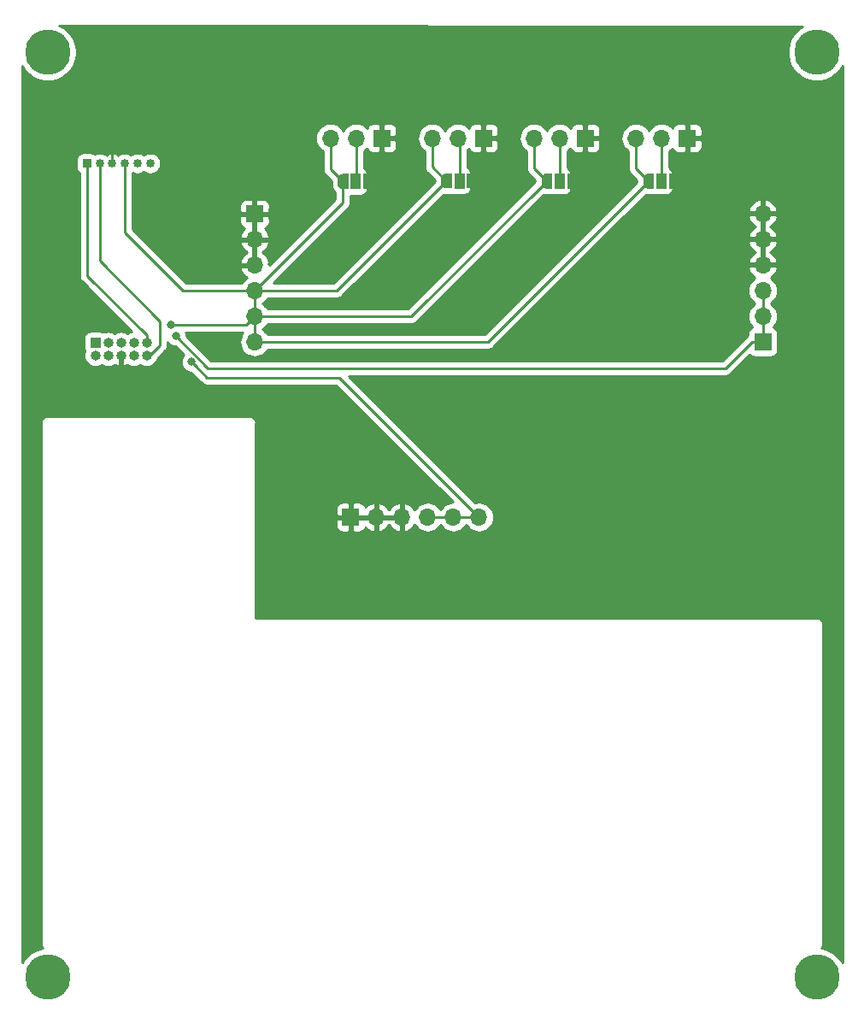
<source format=gbr>
G04 #@! TF.GenerationSoftware,KiCad,Pcbnew,(5.1.2)-2*
G04 #@! TF.CreationDate,2021-08-28T01:13:10-04:00*
G04 #@! TF.ProjectId,MAG_Plus,4d41475f-506c-4757-932e-6b696361645f,rev?*
G04 #@! TF.SameCoordinates,Original*
G04 #@! TF.FileFunction,Copper,L1,Top*
G04 #@! TF.FilePolarity,Positive*
%FSLAX46Y46*%
G04 Gerber Fmt 4.6, Leading zero omitted, Abs format (unit mm)*
G04 Created by KiCad (PCBNEW (5.1.2)-2) date 2021-08-28 01:13:10*
%MOMM*%
%LPD*%
G04 APERTURE LIST*
%ADD10O,1.700000X1.700000*%
%ADD11R,1.700000X1.700000*%
%ADD12R,1.000000X1.000000*%
%ADD13O,1.000000X1.000000*%
%ADD14R,1.000000X1.500000*%
%ADD15C,0.500000*%
%ADD16C,0.100000*%
%ADD17R,0.850000X0.850000*%
%ADD18C,0.850000*%
%ADD19C,4.500000*%
%ADD20C,0.800000*%
%ADD21C,0.250000*%
%ADD22C,0.254000*%
G04 APERTURE END LIST*
D10*
X67130000Y-259970000D03*
X69670000Y-259970000D03*
D11*
X72210000Y-259970000D03*
X82290000Y-259970000D03*
D10*
X79750000Y-259970000D03*
X77210000Y-259970000D03*
D11*
X69120000Y-297500000D03*
D10*
X71660000Y-297500000D03*
X74200000Y-297500000D03*
X76740000Y-297500000D03*
X79280000Y-297500000D03*
X81820000Y-297500000D03*
D11*
X102460000Y-259970000D03*
D10*
X99920000Y-259970000D03*
X97380000Y-259970000D03*
D12*
X43830000Y-280210000D03*
D13*
X43830000Y-281480000D03*
X45100000Y-280210000D03*
X45100000Y-281480000D03*
X46370000Y-280210000D03*
X46370000Y-281480000D03*
X47640000Y-280210000D03*
X47640000Y-281480000D03*
X48910000Y-280210000D03*
X48910000Y-281480000D03*
D14*
X69640000Y-264250000D03*
D15*
X68340000Y-264250000D03*
D16*
G36*
X68340000Y-264999398D02*
G01*
X68315466Y-264999398D01*
X68266635Y-264994588D01*
X68218510Y-264985016D01*
X68171555Y-264970772D01*
X68126222Y-264951995D01*
X68082949Y-264928864D01*
X68042150Y-264901604D01*
X68004221Y-264870476D01*
X67969524Y-264835779D01*
X67938396Y-264797850D01*
X67911136Y-264757051D01*
X67888005Y-264713778D01*
X67869228Y-264668445D01*
X67854984Y-264621490D01*
X67845412Y-264573365D01*
X67840602Y-264524534D01*
X67840602Y-264500000D01*
X67840000Y-264500000D01*
X67840000Y-264000000D01*
X67840602Y-264000000D01*
X67840602Y-263975466D01*
X67845412Y-263926635D01*
X67854984Y-263878510D01*
X67869228Y-263831555D01*
X67888005Y-263786222D01*
X67911136Y-263742949D01*
X67938396Y-263702150D01*
X67969524Y-263664221D01*
X68004221Y-263629524D01*
X68042150Y-263598396D01*
X68082949Y-263571136D01*
X68126222Y-263548005D01*
X68171555Y-263529228D01*
X68218510Y-263514984D01*
X68266635Y-263505412D01*
X68315466Y-263500602D01*
X68340000Y-263500602D01*
X68340000Y-263500000D01*
X68890000Y-263500000D01*
X68890000Y-265000000D01*
X68340000Y-265000000D01*
X68340000Y-264999398D01*
X68340000Y-264999398D01*
G37*
D15*
X70940000Y-264250000D03*
D16*
G36*
X70390000Y-263500000D02*
G01*
X70940000Y-263500000D01*
X70940000Y-263500602D01*
X70964534Y-263500602D01*
X71013365Y-263505412D01*
X71061490Y-263514984D01*
X71108445Y-263529228D01*
X71153778Y-263548005D01*
X71197051Y-263571136D01*
X71237850Y-263598396D01*
X71275779Y-263629524D01*
X71310476Y-263664221D01*
X71341604Y-263702150D01*
X71368864Y-263742949D01*
X71391995Y-263786222D01*
X71410772Y-263831555D01*
X71425016Y-263878510D01*
X71434588Y-263926635D01*
X71439398Y-263975466D01*
X71439398Y-264000000D01*
X71440000Y-264000000D01*
X71440000Y-264500000D01*
X71439398Y-264500000D01*
X71439398Y-264524534D01*
X71434588Y-264573365D01*
X71425016Y-264621490D01*
X71410772Y-264668445D01*
X71391995Y-264713778D01*
X71368864Y-264757051D01*
X71341604Y-264797850D01*
X71310476Y-264835779D01*
X71275779Y-264870476D01*
X71237850Y-264901604D01*
X71197051Y-264928864D01*
X71153778Y-264951995D01*
X71108445Y-264970772D01*
X71061490Y-264985016D01*
X71013365Y-264994588D01*
X70964534Y-264999398D01*
X70940000Y-264999398D01*
X70940000Y-265000000D01*
X70390000Y-265000000D01*
X70390000Y-263500000D01*
X70390000Y-263500000D01*
G37*
D14*
X89830000Y-264200000D03*
D15*
X88530000Y-264200000D03*
D16*
G36*
X88530000Y-264949398D02*
G01*
X88505466Y-264949398D01*
X88456635Y-264944588D01*
X88408510Y-264935016D01*
X88361555Y-264920772D01*
X88316222Y-264901995D01*
X88272949Y-264878864D01*
X88232150Y-264851604D01*
X88194221Y-264820476D01*
X88159524Y-264785779D01*
X88128396Y-264747850D01*
X88101136Y-264707051D01*
X88078005Y-264663778D01*
X88059228Y-264618445D01*
X88044984Y-264571490D01*
X88035412Y-264523365D01*
X88030602Y-264474534D01*
X88030602Y-264450000D01*
X88030000Y-264450000D01*
X88030000Y-263950000D01*
X88030602Y-263950000D01*
X88030602Y-263925466D01*
X88035412Y-263876635D01*
X88044984Y-263828510D01*
X88059228Y-263781555D01*
X88078005Y-263736222D01*
X88101136Y-263692949D01*
X88128396Y-263652150D01*
X88159524Y-263614221D01*
X88194221Y-263579524D01*
X88232150Y-263548396D01*
X88272949Y-263521136D01*
X88316222Y-263498005D01*
X88361555Y-263479228D01*
X88408510Y-263464984D01*
X88456635Y-263455412D01*
X88505466Y-263450602D01*
X88530000Y-263450602D01*
X88530000Y-263450000D01*
X89080000Y-263450000D01*
X89080000Y-264950000D01*
X88530000Y-264950000D01*
X88530000Y-264949398D01*
X88530000Y-264949398D01*
G37*
D15*
X91130000Y-264200000D03*
D16*
G36*
X90580000Y-263450000D02*
G01*
X91130000Y-263450000D01*
X91130000Y-263450602D01*
X91154534Y-263450602D01*
X91203365Y-263455412D01*
X91251490Y-263464984D01*
X91298445Y-263479228D01*
X91343778Y-263498005D01*
X91387051Y-263521136D01*
X91427850Y-263548396D01*
X91465779Y-263579524D01*
X91500476Y-263614221D01*
X91531604Y-263652150D01*
X91558864Y-263692949D01*
X91581995Y-263736222D01*
X91600772Y-263781555D01*
X91615016Y-263828510D01*
X91624588Y-263876635D01*
X91629398Y-263925466D01*
X91629398Y-263950000D01*
X91630000Y-263950000D01*
X91630000Y-264450000D01*
X91629398Y-264450000D01*
X91629398Y-264474534D01*
X91624588Y-264523365D01*
X91615016Y-264571490D01*
X91600772Y-264618445D01*
X91581995Y-264663778D01*
X91558864Y-264707051D01*
X91531604Y-264747850D01*
X91500476Y-264785779D01*
X91465779Y-264820476D01*
X91427850Y-264851604D01*
X91387051Y-264878864D01*
X91343778Y-264901995D01*
X91298445Y-264920772D01*
X91251490Y-264935016D01*
X91203365Y-264944588D01*
X91154534Y-264949398D01*
X91130000Y-264949398D01*
X91130000Y-264950000D01*
X90580000Y-264950000D01*
X90580000Y-263450000D01*
X90580000Y-263450000D01*
G37*
D15*
X101230000Y-264220000D03*
D16*
G36*
X100680000Y-263470000D02*
G01*
X101230000Y-263470000D01*
X101230000Y-263470602D01*
X101254534Y-263470602D01*
X101303365Y-263475412D01*
X101351490Y-263484984D01*
X101398445Y-263499228D01*
X101443778Y-263518005D01*
X101487051Y-263541136D01*
X101527850Y-263568396D01*
X101565779Y-263599524D01*
X101600476Y-263634221D01*
X101631604Y-263672150D01*
X101658864Y-263712949D01*
X101681995Y-263756222D01*
X101700772Y-263801555D01*
X101715016Y-263848510D01*
X101724588Y-263896635D01*
X101729398Y-263945466D01*
X101729398Y-263970000D01*
X101730000Y-263970000D01*
X101730000Y-264470000D01*
X101729398Y-264470000D01*
X101729398Y-264494534D01*
X101724588Y-264543365D01*
X101715016Y-264591490D01*
X101700772Y-264638445D01*
X101681995Y-264683778D01*
X101658864Y-264727051D01*
X101631604Y-264767850D01*
X101600476Y-264805779D01*
X101565779Y-264840476D01*
X101527850Y-264871604D01*
X101487051Y-264898864D01*
X101443778Y-264921995D01*
X101398445Y-264940772D01*
X101351490Y-264955016D01*
X101303365Y-264964588D01*
X101254534Y-264969398D01*
X101230000Y-264969398D01*
X101230000Y-264970000D01*
X100680000Y-264970000D01*
X100680000Y-263470000D01*
X100680000Y-263470000D01*
G37*
D15*
X98630000Y-264220000D03*
D16*
G36*
X98630000Y-264969398D02*
G01*
X98605466Y-264969398D01*
X98556635Y-264964588D01*
X98508510Y-264955016D01*
X98461555Y-264940772D01*
X98416222Y-264921995D01*
X98372949Y-264898864D01*
X98332150Y-264871604D01*
X98294221Y-264840476D01*
X98259524Y-264805779D01*
X98228396Y-264767850D01*
X98201136Y-264727051D01*
X98178005Y-264683778D01*
X98159228Y-264638445D01*
X98144984Y-264591490D01*
X98135412Y-264543365D01*
X98130602Y-264494534D01*
X98130602Y-264470000D01*
X98130000Y-264470000D01*
X98130000Y-263970000D01*
X98130602Y-263970000D01*
X98130602Y-263945466D01*
X98135412Y-263896635D01*
X98144984Y-263848510D01*
X98159228Y-263801555D01*
X98178005Y-263756222D01*
X98201136Y-263712949D01*
X98228396Y-263672150D01*
X98259524Y-263634221D01*
X98294221Y-263599524D01*
X98332150Y-263568396D01*
X98372949Y-263541136D01*
X98416222Y-263518005D01*
X98461555Y-263499228D01*
X98508510Y-263484984D01*
X98556635Y-263475412D01*
X98605466Y-263470602D01*
X98630000Y-263470602D01*
X98630000Y-263470000D01*
X99180000Y-263470000D01*
X99180000Y-264970000D01*
X98630000Y-264970000D01*
X98630000Y-264969398D01*
X98630000Y-264969398D01*
G37*
D14*
X99930000Y-264220000D03*
D17*
X43000000Y-262450000D03*
D18*
X44250000Y-262450000D03*
X45500000Y-262450000D03*
X46750000Y-262450000D03*
X48000000Y-262450000D03*
X49250000Y-262450000D03*
D10*
X109950000Y-267440000D03*
X109950000Y-269980000D03*
X109950000Y-272520000D03*
X109950000Y-275060000D03*
X109950000Y-277600000D03*
D11*
X109950000Y-280140000D03*
D15*
X81200000Y-264190000D03*
D16*
G36*
X80650000Y-263440000D02*
G01*
X81200000Y-263440000D01*
X81200000Y-263440602D01*
X81224534Y-263440602D01*
X81273365Y-263445412D01*
X81321490Y-263454984D01*
X81368445Y-263469228D01*
X81413778Y-263488005D01*
X81457051Y-263511136D01*
X81497850Y-263538396D01*
X81535779Y-263569524D01*
X81570476Y-263604221D01*
X81601604Y-263642150D01*
X81628864Y-263682949D01*
X81651995Y-263726222D01*
X81670772Y-263771555D01*
X81685016Y-263818510D01*
X81694588Y-263866635D01*
X81699398Y-263915466D01*
X81699398Y-263940000D01*
X81700000Y-263940000D01*
X81700000Y-264440000D01*
X81699398Y-264440000D01*
X81699398Y-264464534D01*
X81694588Y-264513365D01*
X81685016Y-264561490D01*
X81670772Y-264608445D01*
X81651995Y-264653778D01*
X81628864Y-264697051D01*
X81601604Y-264737850D01*
X81570476Y-264775779D01*
X81535779Y-264810476D01*
X81497850Y-264841604D01*
X81457051Y-264868864D01*
X81413778Y-264891995D01*
X81368445Y-264910772D01*
X81321490Y-264925016D01*
X81273365Y-264934588D01*
X81224534Y-264939398D01*
X81200000Y-264939398D01*
X81200000Y-264940000D01*
X80650000Y-264940000D01*
X80650000Y-263440000D01*
X80650000Y-263440000D01*
G37*
D15*
X78600000Y-264190000D03*
D16*
G36*
X78600000Y-264939398D02*
G01*
X78575466Y-264939398D01*
X78526635Y-264934588D01*
X78478510Y-264925016D01*
X78431555Y-264910772D01*
X78386222Y-264891995D01*
X78342949Y-264868864D01*
X78302150Y-264841604D01*
X78264221Y-264810476D01*
X78229524Y-264775779D01*
X78198396Y-264737850D01*
X78171136Y-264697051D01*
X78148005Y-264653778D01*
X78129228Y-264608445D01*
X78114984Y-264561490D01*
X78105412Y-264513365D01*
X78100602Y-264464534D01*
X78100602Y-264440000D01*
X78100000Y-264440000D01*
X78100000Y-263940000D01*
X78100602Y-263940000D01*
X78100602Y-263915466D01*
X78105412Y-263866635D01*
X78114984Y-263818510D01*
X78129228Y-263771555D01*
X78148005Y-263726222D01*
X78171136Y-263682949D01*
X78198396Y-263642150D01*
X78229524Y-263604221D01*
X78264221Y-263569524D01*
X78302150Y-263538396D01*
X78342949Y-263511136D01*
X78386222Y-263488005D01*
X78431555Y-263469228D01*
X78478510Y-263454984D01*
X78526635Y-263445412D01*
X78575466Y-263440602D01*
X78600000Y-263440602D01*
X78600000Y-263440000D01*
X79150000Y-263440000D01*
X79150000Y-264940000D01*
X78600000Y-264940000D01*
X78600000Y-264939398D01*
X78600000Y-264939398D01*
G37*
D14*
X79900000Y-264190000D03*
D10*
X87290000Y-259970000D03*
X89830000Y-259970000D03*
D11*
X92370000Y-259970000D03*
X59610000Y-267450000D03*
D10*
X59610000Y-269990000D03*
X59610000Y-272530000D03*
X59610000Y-275070000D03*
X59610000Y-277610000D03*
X59610000Y-280150000D03*
D19*
X115290000Y-251430000D03*
X115300000Y-343030000D03*
X39090000Y-251430000D03*
X39090000Y-343040000D03*
D20*
X51352328Y-278445001D03*
X53342390Y-282117710D03*
X51820000Y-279570000D03*
D21*
X102460000Y-262990000D02*
X102460000Y-259970000D01*
X72210000Y-259970000D02*
X72210000Y-262980000D01*
X82290000Y-263100000D02*
X81200000Y-264190000D01*
X92370000Y-262960000D02*
X92370000Y-259970000D01*
X91130000Y-264200000D02*
X92370000Y-262960000D01*
X72210000Y-262980000D02*
X70940000Y-264250000D01*
X101230000Y-264220000D02*
X102460000Y-262990000D01*
X82290000Y-259970000D02*
X82290000Y-263100000D01*
X45500000Y-262450000D02*
X45500000Y-259760000D01*
X45500000Y-259760000D02*
X47000000Y-258260000D01*
X47000000Y-258260000D02*
X57410000Y-258260000D01*
X59610000Y-260460000D02*
X59610000Y-267450000D01*
X57410000Y-258260000D02*
X59610000Y-260460000D01*
X97380000Y-262970000D02*
X97380000Y-259970000D01*
X82700000Y-280150000D02*
X59610000Y-280150000D01*
X59610000Y-280150000D02*
X59610000Y-278947919D01*
X59610000Y-275070000D02*
X68340000Y-266340000D01*
X98630000Y-264220000D02*
X82700000Y-280150000D01*
X78075226Y-264714774D02*
X78600000Y-264190000D01*
X59610000Y-275070000D02*
X67720000Y-275070000D01*
X67720000Y-275070000D02*
X78075226Y-264714774D01*
X67130000Y-263040000D02*
X68340000Y-264250000D01*
X46750000Y-262450000D02*
X46750000Y-269290000D01*
X52530000Y-275070000D02*
X59610000Y-275070000D01*
X46750000Y-269290000D02*
X52530000Y-275070000D01*
X77210000Y-262800000D02*
X78600000Y-264190000D01*
X77210000Y-259970000D02*
X77210000Y-262800000D01*
X67130000Y-259970000D02*
X67130000Y-263040000D01*
X59610000Y-278947919D02*
X59610000Y-277610000D01*
X59610000Y-277610000D02*
X59610000Y-275070000D01*
X75340000Y-267450000D02*
X78600000Y-264190000D01*
X68340000Y-266340000D02*
X68340000Y-264250000D01*
X75120000Y-277610000D02*
X59610000Y-277610000D01*
X87290000Y-262960000D02*
X88530000Y-264200000D01*
X87290000Y-259970000D02*
X87290000Y-262960000D01*
X88530000Y-264200000D02*
X75120000Y-277610000D01*
X98630000Y-264220000D02*
X97380000Y-262970000D01*
X58774999Y-278445001D02*
X59610000Y-277610000D01*
X51352328Y-278445001D02*
X58774999Y-278445001D01*
X43000000Y-263125000D02*
X43000000Y-262450000D01*
X43000000Y-273592894D02*
X43000000Y-263125000D01*
X48910000Y-280210000D02*
X48910000Y-279502894D01*
X48910000Y-279502894D02*
X43000000Y-273592894D01*
X50220000Y-278100000D02*
X44250000Y-272130000D01*
X50220000Y-280460000D02*
X50220000Y-278100000D01*
X49200000Y-281480000D02*
X50220000Y-280460000D01*
X48910000Y-281480000D02*
X49200000Y-281480000D01*
X44250000Y-272130000D02*
X44250000Y-262450000D01*
X76740000Y-297500000D02*
X77942081Y-297500000D01*
X77942081Y-297500000D02*
X79280000Y-297500000D01*
X79280000Y-297500000D02*
X81820000Y-297500000D01*
X68000000Y-283680000D02*
X54904680Y-283680000D01*
X81820000Y-297500000D02*
X68000000Y-283680000D01*
X53742389Y-282517709D02*
X53342390Y-282117710D01*
X54904680Y-283680000D02*
X53742389Y-282517709D01*
X109950000Y-279040000D02*
X109950000Y-277600000D01*
X109950000Y-276397919D02*
X109950000Y-275060000D01*
X109950000Y-280140000D02*
X109950000Y-279040000D01*
X109950000Y-277600000D02*
X109950000Y-276397919D01*
X54990000Y-282740000D02*
X51820000Y-279570000D01*
X109950000Y-280140000D02*
X108850000Y-280140000D01*
X106250000Y-282740000D02*
X54990000Y-282740000D01*
X108850000Y-280140000D02*
X106250000Y-282740000D01*
X99930000Y-259980000D02*
X99920000Y-259970000D01*
X99930000Y-264220000D02*
X99930000Y-259980000D01*
X89830000Y-264200000D02*
X89830000Y-263200000D01*
X89830000Y-263200000D02*
X89830000Y-259970000D01*
X79900000Y-260120000D02*
X79750000Y-259970000D01*
X79900000Y-264190000D02*
X79900000Y-260120000D01*
X69670000Y-259970000D02*
X69670000Y-264220000D01*
X69670000Y-264220000D02*
X69640000Y-264250000D01*
D22*
G36*
X113906820Y-248884451D02*
G01*
X113450920Y-249189074D01*
X113049074Y-249590920D01*
X112733346Y-250063440D01*
X112515869Y-250588477D01*
X112405000Y-251145852D01*
X112405000Y-251714148D01*
X112515869Y-252271523D01*
X112733346Y-252796560D01*
X113049074Y-253269080D01*
X113450920Y-253670926D01*
X113923440Y-253986654D01*
X114448477Y-254204131D01*
X115005852Y-254315000D01*
X115574148Y-254315000D01*
X116131523Y-254204131D01*
X116656560Y-253986654D01*
X117129080Y-253670926D01*
X117530926Y-253269080D01*
X117830001Y-252821483D01*
X117830000Y-341623550D01*
X117540926Y-341190920D01*
X117139080Y-340789074D01*
X116666560Y-340473346D01*
X116141523Y-340255869D01*
X115772478Y-340182461D01*
X115841425Y-340098450D01*
X115902710Y-339983793D01*
X115940450Y-339859383D01*
X115953193Y-339730000D01*
X115950000Y-339697581D01*
X115950000Y-308162419D01*
X115953193Y-308130000D01*
X115940450Y-308000617D01*
X115902710Y-307876207D01*
X115841425Y-307761550D01*
X115758948Y-307661052D01*
X115658450Y-307578575D01*
X115543793Y-307517290D01*
X115419383Y-307479550D01*
X115322419Y-307470000D01*
X115290000Y-307466807D01*
X115257581Y-307470000D01*
X59740000Y-307470000D01*
X59740000Y-298350000D01*
X67631928Y-298350000D01*
X67644188Y-298474482D01*
X67680498Y-298594180D01*
X67739463Y-298704494D01*
X67818815Y-298801185D01*
X67915506Y-298880537D01*
X68025820Y-298939502D01*
X68145518Y-298975812D01*
X68270000Y-298988072D01*
X68834250Y-298985000D01*
X68993000Y-298826250D01*
X68993000Y-297627000D01*
X69247000Y-297627000D01*
X69247000Y-298826250D01*
X69405750Y-298985000D01*
X69970000Y-298988072D01*
X70094482Y-298975812D01*
X70214180Y-298939502D01*
X70324494Y-298880537D01*
X70421185Y-298801185D01*
X70500537Y-298704494D01*
X70559502Y-298594180D01*
X70583966Y-298513534D01*
X70659731Y-298597588D01*
X70893080Y-298771641D01*
X71155901Y-298896825D01*
X71303110Y-298941476D01*
X71533000Y-298820155D01*
X71533000Y-297627000D01*
X71787000Y-297627000D01*
X71787000Y-298820155D01*
X72016890Y-298941476D01*
X72164099Y-298896825D01*
X72426920Y-298771641D01*
X72660269Y-298597588D01*
X72855178Y-298381355D01*
X72930000Y-298255745D01*
X73004822Y-298381355D01*
X73199731Y-298597588D01*
X73433080Y-298771641D01*
X73695901Y-298896825D01*
X73843110Y-298941476D01*
X74073000Y-298820155D01*
X74073000Y-297627000D01*
X71787000Y-297627000D01*
X71533000Y-297627000D01*
X69247000Y-297627000D01*
X68993000Y-297627000D01*
X67793750Y-297627000D01*
X67635000Y-297785750D01*
X67631928Y-298350000D01*
X59740000Y-298350000D01*
X59740000Y-296650000D01*
X67631928Y-296650000D01*
X67635000Y-297214250D01*
X67793750Y-297373000D01*
X68993000Y-297373000D01*
X68993000Y-296173750D01*
X69247000Y-296173750D01*
X69247000Y-297373000D01*
X71533000Y-297373000D01*
X71533000Y-296179845D01*
X71787000Y-296179845D01*
X71787000Y-297373000D01*
X74073000Y-297373000D01*
X74073000Y-296179845D01*
X73843110Y-296058524D01*
X73695901Y-296103175D01*
X73433080Y-296228359D01*
X73199731Y-296402412D01*
X73004822Y-296618645D01*
X72930000Y-296744255D01*
X72855178Y-296618645D01*
X72660269Y-296402412D01*
X72426920Y-296228359D01*
X72164099Y-296103175D01*
X72016890Y-296058524D01*
X71787000Y-296179845D01*
X71533000Y-296179845D01*
X71303110Y-296058524D01*
X71155901Y-296103175D01*
X70893080Y-296228359D01*
X70659731Y-296402412D01*
X70583966Y-296486466D01*
X70559502Y-296405820D01*
X70500537Y-296295506D01*
X70421185Y-296198815D01*
X70324494Y-296119463D01*
X70214180Y-296060498D01*
X70094482Y-296024188D01*
X69970000Y-296011928D01*
X69405750Y-296015000D01*
X69247000Y-296173750D01*
X68993000Y-296173750D01*
X68834250Y-296015000D01*
X68270000Y-296011928D01*
X68145518Y-296024188D01*
X68025820Y-296060498D01*
X67915506Y-296119463D01*
X67818815Y-296198815D01*
X67739463Y-296295506D01*
X67680498Y-296405820D01*
X67644188Y-296525518D01*
X67631928Y-296650000D01*
X59740000Y-296650000D01*
X59740000Y-288162419D01*
X59743193Y-288130000D01*
X59730450Y-288000617D01*
X59692710Y-287876207D01*
X59631425Y-287761550D01*
X59548948Y-287661052D01*
X59448450Y-287578575D01*
X59333793Y-287517290D01*
X59209383Y-287479550D01*
X59112419Y-287470000D01*
X59080000Y-287466807D01*
X59047581Y-287470000D01*
X39112246Y-287470000D01*
X39079669Y-287466808D01*
X39016325Y-287473078D01*
X38950617Y-287479550D01*
X38950456Y-287479599D01*
X38950292Y-287479615D01*
X38888633Y-287498353D01*
X38826207Y-287517290D01*
X38826060Y-287517369D01*
X38825901Y-287517417D01*
X38769703Y-287547492D01*
X38711550Y-287578575D01*
X38711418Y-287578684D01*
X38711275Y-287578760D01*
X38662411Y-287618903D01*
X38611052Y-287661052D01*
X38610944Y-287661183D01*
X38610818Y-287661287D01*
X38570279Y-287710734D01*
X38528575Y-287761550D01*
X38528496Y-287761698D01*
X38528391Y-287761826D01*
X38498442Y-287817926D01*
X38467290Y-287876207D01*
X38467240Y-287876371D01*
X38467164Y-287876514D01*
X38448887Y-287936872D01*
X38429550Y-288000617D01*
X38429533Y-288000787D01*
X38429486Y-288000943D01*
X38423241Y-288064670D01*
X38416807Y-288130000D01*
X38420016Y-288162585D01*
X38430001Y-308130000D01*
X38430000Y-334097581D01*
X38430000Y-334097582D01*
X38430001Y-339697571D01*
X38426807Y-339730000D01*
X38439550Y-339859383D01*
X38477290Y-339983793D01*
X38538575Y-340098450D01*
X38615980Y-340192768D01*
X38248477Y-340265869D01*
X37723440Y-340483346D01*
X37250920Y-340799074D01*
X36849074Y-341200920D01*
X36550000Y-341648516D01*
X36550000Y-262025000D01*
X41936928Y-262025000D01*
X41936928Y-262875000D01*
X41949188Y-262999482D01*
X41985498Y-263119180D01*
X42044463Y-263229494D01*
X42123815Y-263326185D01*
X42220506Y-263405537D01*
X42240001Y-263415957D01*
X42240000Y-273555572D01*
X42236324Y-273592894D01*
X42240000Y-273630216D01*
X42240000Y-273630226D01*
X42250997Y-273741879D01*
X42277514Y-273829294D01*
X42294454Y-273885140D01*
X42365026Y-274017170D01*
X42404871Y-274065720D01*
X42459999Y-274132895D01*
X42489003Y-274156698D01*
X47423169Y-279090865D01*
X47417501Y-279091423D01*
X47203553Y-279156324D01*
X47006377Y-279261716D01*
X47005000Y-279262846D01*
X47003623Y-279261716D01*
X46806447Y-279156324D01*
X46592499Y-279091423D01*
X46425752Y-279075000D01*
X46314248Y-279075000D01*
X46147501Y-279091423D01*
X45933553Y-279156324D01*
X45736377Y-279261716D01*
X45735000Y-279262846D01*
X45733623Y-279261716D01*
X45536447Y-279156324D01*
X45322499Y-279091423D01*
X45155752Y-279075000D01*
X45044248Y-279075000D01*
X44877501Y-279091423D01*
X44663553Y-279156324D01*
X44652379Y-279162297D01*
X44574180Y-279120498D01*
X44454482Y-279084188D01*
X44330000Y-279071928D01*
X43330000Y-279071928D01*
X43205518Y-279084188D01*
X43085820Y-279120498D01*
X42975506Y-279179463D01*
X42878815Y-279258815D01*
X42799463Y-279355506D01*
X42740498Y-279465820D01*
X42704188Y-279585518D01*
X42691928Y-279710000D01*
X42691928Y-280710000D01*
X42704188Y-280834482D01*
X42740498Y-280954180D01*
X42782297Y-281032379D01*
X42776324Y-281043553D01*
X42711423Y-281257501D01*
X42689509Y-281480000D01*
X42711423Y-281702499D01*
X42776324Y-281916447D01*
X42881716Y-282113623D01*
X43023551Y-282286449D01*
X43196377Y-282428284D01*
X43393553Y-282533676D01*
X43607501Y-282598577D01*
X43774248Y-282615000D01*
X43885752Y-282615000D01*
X44052499Y-282598577D01*
X44266447Y-282533676D01*
X44463623Y-282428284D01*
X44465000Y-282427154D01*
X44466377Y-282428284D01*
X44663553Y-282533676D01*
X44877501Y-282598577D01*
X45044248Y-282615000D01*
X45155752Y-282615000D01*
X45322499Y-282598577D01*
X45536447Y-282533676D01*
X45733623Y-282428284D01*
X45743383Y-282420274D01*
X45809794Y-282467123D01*
X46013136Y-282557446D01*
X46068126Y-282574119D01*
X46243000Y-282447954D01*
X46243000Y-281607000D01*
X46227983Y-281607000D01*
X46240491Y-281480000D01*
X46227983Y-281353000D01*
X46243000Y-281353000D01*
X46243000Y-281337983D01*
X46314248Y-281345000D01*
X46425752Y-281345000D01*
X46497000Y-281337983D01*
X46497000Y-281353000D01*
X46512017Y-281353000D01*
X46499509Y-281480000D01*
X46512017Y-281607000D01*
X46497000Y-281607000D01*
X46497000Y-282447954D01*
X46671874Y-282574119D01*
X46726864Y-282557446D01*
X46930206Y-282467123D01*
X46996617Y-282420274D01*
X47006377Y-282428284D01*
X47203553Y-282533676D01*
X47417501Y-282598577D01*
X47584248Y-282615000D01*
X47695752Y-282615000D01*
X47862499Y-282598577D01*
X48076447Y-282533676D01*
X48273623Y-282428284D01*
X48275000Y-282427154D01*
X48276377Y-282428284D01*
X48473553Y-282533676D01*
X48687501Y-282598577D01*
X48854248Y-282615000D01*
X48965752Y-282615000D01*
X49132499Y-282598577D01*
X49346447Y-282533676D01*
X49543623Y-282428284D01*
X49716449Y-282286449D01*
X49858284Y-282113623D01*
X49963676Y-281916447D01*
X50018246Y-281736555D01*
X50731004Y-281023798D01*
X50760001Y-281000001D01*
X50854974Y-280884276D01*
X50925546Y-280752247D01*
X50969003Y-280608986D01*
X50980000Y-280497333D01*
X50980000Y-280497323D01*
X50983676Y-280460000D01*
X50980000Y-280422677D01*
X50980000Y-280175802D01*
X51016063Y-280229774D01*
X51160226Y-280373937D01*
X51329744Y-280487205D01*
X51518102Y-280565226D01*
X51718061Y-280605000D01*
X51780199Y-280605000D01*
X52585794Y-281410595D01*
X52538453Y-281457936D01*
X52425185Y-281627454D01*
X52347164Y-281815812D01*
X52307390Y-282015771D01*
X52307390Y-282219649D01*
X52347164Y-282419608D01*
X52425185Y-282607966D01*
X52538453Y-282777484D01*
X52682616Y-282921647D01*
X52852134Y-283034915D01*
X53040492Y-283112936D01*
X53240451Y-283152710D01*
X53302589Y-283152710D01*
X54340880Y-284191002D01*
X54364679Y-284220001D01*
X54480404Y-284314974D01*
X54612433Y-284385546D01*
X54755694Y-284429003D01*
X54867347Y-284440000D01*
X54867355Y-284440000D01*
X54904680Y-284443676D01*
X54942005Y-284440000D01*
X67685199Y-284440000D01*
X79260197Y-296015000D01*
X79207050Y-296015000D01*
X78988889Y-296036487D01*
X78708966Y-296121401D01*
X78450986Y-296259294D01*
X78224866Y-296444866D01*
X78039294Y-296670986D01*
X78010000Y-296725791D01*
X77980706Y-296670986D01*
X77795134Y-296444866D01*
X77569014Y-296259294D01*
X77311034Y-296121401D01*
X77031111Y-296036487D01*
X76812950Y-296015000D01*
X76667050Y-296015000D01*
X76448889Y-296036487D01*
X76168966Y-296121401D01*
X75910986Y-296259294D01*
X75684866Y-296444866D01*
X75499294Y-296670986D01*
X75464799Y-296735523D01*
X75395178Y-296618645D01*
X75200269Y-296402412D01*
X74966920Y-296228359D01*
X74704099Y-296103175D01*
X74556890Y-296058524D01*
X74327000Y-296179845D01*
X74327000Y-297373000D01*
X74347000Y-297373000D01*
X74347000Y-297627000D01*
X74327000Y-297627000D01*
X74327000Y-298820155D01*
X74556890Y-298941476D01*
X74704099Y-298896825D01*
X74966920Y-298771641D01*
X75200269Y-298597588D01*
X75395178Y-298381355D01*
X75464799Y-298264477D01*
X75499294Y-298329014D01*
X75684866Y-298555134D01*
X75910986Y-298740706D01*
X76168966Y-298878599D01*
X76448889Y-298963513D01*
X76667050Y-298985000D01*
X76812950Y-298985000D01*
X77031111Y-298963513D01*
X77311034Y-298878599D01*
X77569014Y-298740706D01*
X77795134Y-298555134D01*
X77980706Y-298329014D01*
X78010000Y-298274209D01*
X78039294Y-298329014D01*
X78224866Y-298555134D01*
X78450986Y-298740706D01*
X78708966Y-298878599D01*
X78988889Y-298963513D01*
X79207050Y-298985000D01*
X79352950Y-298985000D01*
X79571111Y-298963513D01*
X79851034Y-298878599D01*
X80109014Y-298740706D01*
X80335134Y-298555134D01*
X80520706Y-298329014D01*
X80550000Y-298274209D01*
X80579294Y-298329014D01*
X80764866Y-298555134D01*
X80990986Y-298740706D01*
X81248966Y-298878599D01*
X81528889Y-298963513D01*
X81747050Y-298985000D01*
X81892950Y-298985000D01*
X82111111Y-298963513D01*
X82391034Y-298878599D01*
X82649014Y-298740706D01*
X82875134Y-298555134D01*
X83060706Y-298329014D01*
X83198599Y-298071034D01*
X83283513Y-297791111D01*
X83312185Y-297500000D01*
X83283513Y-297208889D01*
X83198599Y-296928966D01*
X83060706Y-296670986D01*
X82875134Y-296444866D01*
X82649014Y-296259294D01*
X82391034Y-296121401D01*
X82111111Y-296036487D01*
X81892950Y-296015000D01*
X81747050Y-296015000D01*
X81528889Y-296036487D01*
X81454006Y-296059203D01*
X68894801Y-283500000D01*
X106212678Y-283500000D01*
X106250000Y-283503676D01*
X106287322Y-283500000D01*
X106287333Y-283500000D01*
X106398986Y-283489003D01*
X106542247Y-283445546D01*
X106674276Y-283374974D01*
X106790001Y-283280001D01*
X106813804Y-283250997D01*
X108637457Y-281427345D01*
X108648815Y-281441185D01*
X108745506Y-281520537D01*
X108855820Y-281579502D01*
X108975518Y-281615812D01*
X109100000Y-281628072D01*
X110800000Y-281628072D01*
X110924482Y-281615812D01*
X111044180Y-281579502D01*
X111154494Y-281520537D01*
X111251185Y-281441185D01*
X111330537Y-281344494D01*
X111389502Y-281234180D01*
X111425812Y-281114482D01*
X111438072Y-280990000D01*
X111438072Y-279290000D01*
X111425812Y-279165518D01*
X111389502Y-279045820D01*
X111330537Y-278935506D01*
X111251185Y-278838815D01*
X111154494Y-278759463D01*
X111044180Y-278700498D01*
X110975313Y-278679607D01*
X111005134Y-278655134D01*
X111190706Y-278429014D01*
X111328599Y-278171034D01*
X111413513Y-277891111D01*
X111442185Y-277600000D01*
X111413513Y-277308889D01*
X111328599Y-277028966D01*
X111190706Y-276770986D01*
X111005134Y-276544866D01*
X110779014Y-276359294D01*
X110724209Y-276330000D01*
X110779014Y-276300706D01*
X111005134Y-276115134D01*
X111190706Y-275889014D01*
X111328599Y-275631034D01*
X111413513Y-275351111D01*
X111442185Y-275060000D01*
X111413513Y-274768889D01*
X111328599Y-274488966D01*
X111190706Y-274230986D01*
X111005134Y-274004866D01*
X110779014Y-273819294D01*
X110714477Y-273784799D01*
X110831355Y-273715178D01*
X111047588Y-273520269D01*
X111221641Y-273286920D01*
X111346825Y-273024099D01*
X111391476Y-272876890D01*
X111270155Y-272647000D01*
X110077000Y-272647000D01*
X110077000Y-272667000D01*
X109823000Y-272667000D01*
X109823000Y-272647000D01*
X108629845Y-272647000D01*
X108508524Y-272876890D01*
X108553175Y-273024099D01*
X108678359Y-273286920D01*
X108852412Y-273520269D01*
X109068645Y-273715178D01*
X109185523Y-273784799D01*
X109120986Y-273819294D01*
X108894866Y-274004866D01*
X108709294Y-274230986D01*
X108571401Y-274488966D01*
X108486487Y-274768889D01*
X108457815Y-275060000D01*
X108486487Y-275351111D01*
X108571401Y-275631034D01*
X108709294Y-275889014D01*
X108894866Y-276115134D01*
X109120986Y-276300706D01*
X109175791Y-276330000D01*
X109120986Y-276359294D01*
X108894866Y-276544866D01*
X108709294Y-276770986D01*
X108571401Y-277028966D01*
X108486487Y-277308889D01*
X108457815Y-277600000D01*
X108486487Y-277891111D01*
X108571401Y-278171034D01*
X108709294Y-278429014D01*
X108894866Y-278655134D01*
X108924687Y-278679607D01*
X108855820Y-278700498D01*
X108745506Y-278759463D01*
X108648815Y-278838815D01*
X108569463Y-278935506D01*
X108510498Y-279045820D01*
X108474188Y-279165518D01*
X108461928Y-279290000D01*
X108461928Y-279485674D01*
X108425724Y-279505026D01*
X108309999Y-279599999D01*
X108286201Y-279628997D01*
X105935199Y-281980000D01*
X55304802Y-281980000D01*
X52855000Y-279530199D01*
X52855000Y-279468061D01*
X52815226Y-279268102D01*
X52789089Y-279205001D01*
X58464480Y-279205001D01*
X58369294Y-279320986D01*
X58231401Y-279578966D01*
X58146487Y-279858889D01*
X58117815Y-280150000D01*
X58146487Y-280441111D01*
X58231401Y-280721034D01*
X58369294Y-280979014D01*
X58554866Y-281205134D01*
X58780986Y-281390706D01*
X59038966Y-281528599D01*
X59318889Y-281613513D01*
X59537050Y-281635000D01*
X59682950Y-281635000D01*
X59901111Y-281613513D01*
X60181034Y-281528599D01*
X60439014Y-281390706D01*
X60665134Y-281205134D01*
X60850706Y-280979014D01*
X60887595Y-280910000D01*
X82662678Y-280910000D01*
X82700000Y-280913676D01*
X82737322Y-280910000D01*
X82737333Y-280910000D01*
X82848986Y-280899003D01*
X82992247Y-280855546D01*
X83124276Y-280784974D01*
X83240001Y-280690001D01*
X83263804Y-280660997D01*
X93587911Y-270336890D01*
X108508524Y-270336890D01*
X108553175Y-270484099D01*
X108678359Y-270746920D01*
X108852412Y-270980269D01*
X109068645Y-271175178D01*
X109194255Y-271250000D01*
X109068645Y-271324822D01*
X108852412Y-271519731D01*
X108678359Y-271753080D01*
X108553175Y-272015901D01*
X108508524Y-272163110D01*
X108629845Y-272393000D01*
X109823000Y-272393000D01*
X109823000Y-270107000D01*
X110077000Y-270107000D01*
X110077000Y-272393000D01*
X111270155Y-272393000D01*
X111391476Y-272163110D01*
X111346825Y-272015901D01*
X111221641Y-271753080D01*
X111047588Y-271519731D01*
X110831355Y-271324822D01*
X110705745Y-271250000D01*
X110831355Y-271175178D01*
X111047588Y-270980269D01*
X111221641Y-270746920D01*
X111346825Y-270484099D01*
X111391476Y-270336890D01*
X111270155Y-270107000D01*
X110077000Y-270107000D01*
X109823000Y-270107000D01*
X108629845Y-270107000D01*
X108508524Y-270336890D01*
X93587911Y-270336890D01*
X96127911Y-267796890D01*
X108508524Y-267796890D01*
X108553175Y-267944099D01*
X108678359Y-268206920D01*
X108852412Y-268440269D01*
X109068645Y-268635178D01*
X109194255Y-268710000D01*
X109068645Y-268784822D01*
X108852412Y-268979731D01*
X108678359Y-269213080D01*
X108553175Y-269475901D01*
X108508524Y-269623110D01*
X108629845Y-269853000D01*
X109823000Y-269853000D01*
X109823000Y-267567000D01*
X110077000Y-267567000D01*
X110077000Y-269853000D01*
X111270155Y-269853000D01*
X111391476Y-269623110D01*
X111346825Y-269475901D01*
X111221641Y-269213080D01*
X111047588Y-268979731D01*
X110831355Y-268784822D01*
X110705745Y-268710000D01*
X110831355Y-268635178D01*
X111047588Y-268440269D01*
X111221641Y-268206920D01*
X111346825Y-267944099D01*
X111391476Y-267796890D01*
X111270155Y-267567000D01*
X110077000Y-267567000D01*
X109823000Y-267567000D01*
X108629845Y-267567000D01*
X108508524Y-267796890D01*
X96127911Y-267796890D01*
X96841691Y-267083110D01*
X108508524Y-267083110D01*
X108629845Y-267313000D01*
X109823000Y-267313000D01*
X109823000Y-266119186D01*
X110077000Y-266119186D01*
X110077000Y-267313000D01*
X111270155Y-267313000D01*
X111391476Y-267083110D01*
X111346825Y-266935901D01*
X111221641Y-266673080D01*
X111047588Y-266439731D01*
X110831355Y-266244822D01*
X110581252Y-266095843D01*
X110306891Y-265998519D01*
X110077000Y-266119186D01*
X109823000Y-266119186D01*
X109593109Y-265998519D01*
X109318748Y-266095843D01*
X109068645Y-266244822D01*
X108852412Y-266439731D01*
X108678359Y-266673080D01*
X108553175Y-266935901D01*
X108508524Y-267083110D01*
X96841691Y-267083110D01*
X98352814Y-265571988D01*
X98360377Y-265574282D01*
X98456510Y-265593404D01*
X98580991Y-265605664D01*
X98605550Y-265605664D01*
X98630000Y-265608072D01*
X99180000Y-265608072D01*
X99304482Y-265595812D01*
X99305000Y-265595655D01*
X99305518Y-265595812D01*
X99430000Y-265608072D01*
X100430000Y-265608072D01*
X100554482Y-265595812D01*
X100674180Y-265559502D01*
X100784494Y-265500537D01*
X100881185Y-265421185D01*
X100960537Y-265324494D01*
X101019502Y-265214180D01*
X101055812Y-265094482D01*
X101068072Y-264970000D01*
X101068072Y-263470000D01*
X101055812Y-263345518D01*
X101019502Y-263225820D01*
X100960537Y-263115506D01*
X100881185Y-263018815D01*
X100784494Y-262939463D01*
X100690000Y-262888954D01*
X100690000Y-261242250D01*
X100749014Y-261210706D01*
X100975134Y-261025134D01*
X100999607Y-260995313D01*
X101020498Y-261064180D01*
X101079463Y-261174494D01*
X101158815Y-261271185D01*
X101255506Y-261350537D01*
X101365820Y-261409502D01*
X101485518Y-261445812D01*
X101610000Y-261458072D01*
X102174250Y-261455000D01*
X102333000Y-261296250D01*
X102333000Y-260097000D01*
X102587000Y-260097000D01*
X102587000Y-261296250D01*
X102745750Y-261455000D01*
X103310000Y-261458072D01*
X103434482Y-261445812D01*
X103554180Y-261409502D01*
X103664494Y-261350537D01*
X103761185Y-261271185D01*
X103840537Y-261174494D01*
X103899502Y-261064180D01*
X103935812Y-260944482D01*
X103948072Y-260820000D01*
X103945000Y-260255750D01*
X103786250Y-260097000D01*
X102587000Y-260097000D01*
X102333000Y-260097000D01*
X102313000Y-260097000D01*
X102313000Y-259843000D01*
X102333000Y-259843000D01*
X102333000Y-258643750D01*
X102587000Y-258643750D01*
X102587000Y-259843000D01*
X103786250Y-259843000D01*
X103945000Y-259684250D01*
X103948072Y-259120000D01*
X103935812Y-258995518D01*
X103899502Y-258875820D01*
X103840537Y-258765506D01*
X103761185Y-258668815D01*
X103664494Y-258589463D01*
X103554180Y-258530498D01*
X103434482Y-258494188D01*
X103310000Y-258481928D01*
X102745750Y-258485000D01*
X102587000Y-258643750D01*
X102333000Y-258643750D01*
X102174250Y-258485000D01*
X101610000Y-258481928D01*
X101485518Y-258494188D01*
X101365820Y-258530498D01*
X101255506Y-258589463D01*
X101158815Y-258668815D01*
X101079463Y-258765506D01*
X101020498Y-258875820D01*
X100999607Y-258944687D01*
X100975134Y-258914866D01*
X100749014Y-258729294D01*
X100491034Y-258591401D01*
X100211111Y-258506487D01*
X99992950Y-258485000D01*
X99847050Y-258485000D01*
X99628889Y-258506487D01*
X99348966Y-258591401D01*
X99090986Y-258729294D01*
X98864866Y-258914866D01*
X98679294Y-259140986D01*
X98650000Y-259195791D01*
X98620706Y-259140986D01*
X98435134Y-258914866D01*
X98209014Y-258729294D01*
X97951034Y-258591401D01*
X97671111Y-258506487D01*
X97452950Y-258485000D01*
X97307050Y-258485000D01*
X97088889Y-258506487D01*
X96808966Y-258591401D01*
X96550986Y-258729294D01*
X96324866Y-258914866D01*
X96139294Y-259140986D01*
X96001401Y-259398966D01*
X95916487Y-259678889D01*
X95887815Y-259970000D01*
X95916487Y-260261111D01*
X96001401Y-260541034D01*
X96139294Y-260799014D01*
X96324866Y-261025134D01*
X96550986Y-261210706D01*
X96620001Y-261247595D01*
X96620000Y-262932677D01*
X96616324Y-262970000D01*
X96620000Y-263007322D01*
X96620000Y-263007332D01*
X96630997Y-263118985D01*
X96664519Y-263229494D01*
X96674454Y-263262246D01*
X96745026Y-263394276D01*
X96778426Y-263434974D01*
X96839999Y-263510001D01*
X96869003Y-263533804D01*
X97491928Y-264156730D01*
X97491928Y-264283270D01*
X82385199Y-279390000D01*
X60887595Y-279390000D01*
X60850706Y-279320986D01*
X60665134Y-279094866D01*
X60439014Y-278909294D01*
X60384209Y-278880000D01*
X60439014Y-278850706D01*
X60665134Y-278665134D01*
X60850706Y-278439014D01*
X60887595Y-278370000D01*
X75082678Y-278370000D01*
X75120000Y-278373676D01*
X75157322Y-278370000D01*
X75157333Y-278370000D01*
X75268986Y-278359003D01*
X75412247Y-278315546D01*
X75544276Y-278244974D01*
X75660001Y-278150001D01*
X75683804Y-278120997D01*
X88252814Y-265551988D01*
X88260377Y-265554282D01*
X88356510Y-265573404D01*
X88480991Y-265585664D01*
X88505550Y-265585664D01*
X88530000Y-265588072D01*
X89080000Y-265588072D01*
X89204482Y-265575812D01*
X89205000Y-265575655D01*
X89205518Y-265575812D01*
X89330000Y-265588072D01*
X90330000Y-265588072D01*
X90454482Y-265575812D01*
X90574180Y-265539502D01*
X90684494Y-265480537D01*
X90781185Y-265401185D01*
X90860537Y-265304494D01*
X90919502Y-265194180D01*
X90955812Y-265074482D01*
X90968072Y-264950000D01*
X90968072Y-263450000D01*
X90955812Y-263325518D01*
X90919502Y-263205820D01*
X90860537Y-263095506D01*
X90781185Y-262998815D01*
X90684494Y-262919463D01*
X90590000Y-262868954D01*
X90590000Y-261247595D01*
X90659014Y-261210706D01*
X90885134Y-261025134D01*
X90909607Y-260995313D01*
X90930498Y-261064180D01*
X90989463Y-261174494D01*
X91068815Y-261271185D01*
X91165506Y-261350537D01*
X91275820Y-261409502D01*
X91395518Y-261445812D01*
X91520000Y-261458072D01*
X92084250Y-261455000D01*
X92243000Y-261296250D01*
X92243000Y-260097000D01*
X92497000Y-260097000D01*
X92497000Y-261296250D01*
X92655750Y-261455000D01*
X93220000Y-261458072D01*
X93344482Y-261445812D01*
X93464180Y-261409502D01*
X93574494Y-261350537D01*
X93671185Y-261271185D01*
X93750537Y-261174494D01*
X93809502Y-261064180D01*
X93845812Y-260944482D01*
X93858072Y-260820000D01*
X93855000Y-260255750D01*
X93696250Y-260097000D01*
X92497000Y-260097000D01*
X92243000Y-260097000D01*
X92223000Y-260097000D01*
X92223000Y-259843000D01*
X92243000Y-259843000D01*
X92243000Y-258643750D01*
X92497000Y-258643750D01*
X92497000Y-259843000D01*
X93696250Y-259843000D01*
X93855000Y-259684250D01*
X93858072Y-259120000D01*
X93845812Y-258995518D01*
X93809502Y-258875820D01*
X93750537Y-258765506D01*
X93671185Y-258668815D01*
X93574494Y-258589463D01*
X93464180Y-258530498D01*
X93344482Y-258494188D01*
X93220000Y-258481928D01*
X92655750Y-258485000D01*
X92497000Y-258643750D01*
X92243000Y-258643750D01*
X92084250Y-258485000D01*
X91520000Y-258481928D01*
X91395518Y-258494188D01*
X91275820Y-258530498D01*
X91165506Y-258589463D01*
X91068815Y-258668815D01*
X90989463Y-258765506D01*
X90930498Y-258875820D01*
X90909607Y-258944687D01*
X90885134Y-258914866D01*
X90659014Y-258729294D01*
X90401034Y-258591401D01*
X90121111Y-258506487D01*
X89902950Y-258485000D01*
X89757050Y-258485000D01*
X89538889Y-258506487D01*
X89258966Y-258591401D01*
X89000986Y-258729294D01*
X88774866Y-258914866D01*
X88589294Y-259140986D01*
X88560000Y-259195791D01*
X88530706Y-259140986D01*
X88345134Y-258914866D01*
X88119014Y-258729294D01*
X87861034Y-258591401D01*
X87581111Y-258506487D01*
X87362950Y-258485000D01*
X87217050Y-258485000D01*
X86998889Y-258506487D01*
X86718966Y-258591401D01*
X86460986Y-258729294D01*
X86234866Y-258914866D01*
X86049294Y-259140986D01*
X85911401Y-259398966D01*
X85826487Y-259678889D01*
X85797815Y-259970000D01*
X85826487Y-260261111D01*
X85911401Y-260541034D01*
X86049294Y-260799014D01*
X86234866Y-261025134D01*
X86460986Y-261210706D01*
X86530000Y-261247595D01*
X86530001Y-262922668D01*
X86526324Y-262960000D01*
X86530001Y-262997333D01*
X86540998Y-263108986D01*
X86548073Y-263132310D01*
X86584454Y-263252246D01*
X86655026Y-263384276D01*
X86725379Y-263470000D01*
X86750000Y-263500001D01*
X86778998Y-263523799D01*
X87391928Y-264136730D01*
X87391928Y-264263270D01*
X74805199Y-276850000D01*
X60887595Y-276850000D01*
X60850706Y-276780986D01*
X60665134Y-276554866D01*
X60439014Y-276369294D01*
X60384209Y-276340000D01*
X60439014Y-276310706D01*
X60665134Y-276125134D01*
X60850706Y-275899014D01*
X60887595Y-275830000D01*
X67682678Y-275830000D01*
X67720000Y-275833676D01*
X67757322Y-275830000D01*
X67757333Y-275830000D01*
X67868986Y-275819003D01*
X68012247Y-275775546D01*
X68144276Y-275704974D01*
X68260001Y-275610001D01*
X68283804Y-275580997D01*
X78322814Y-265541988D01*
X78330377Y-265544282D01*
X78426510Y-265563404D01*
X78550991Y-265575664D01*
X78575550Y-265575664D01*
X78600000Y-265578072D01*
X79150000Y-265578072D01*
X79274482Y-265565812D01*
X79275000Y-265565655D01*
X79275518Y-265565812D01*
X79400000Y-265578072D01*
X80400000Y-265578072D01*
X80524482Y-265565812D01*
X80644180Y-265529502D01*
X80754494Y-265470537D01*
X80851185Y-265391185D01*
X80930537Y-265294494D01*
X80989502Y-265184180D01*
X81025812Y-265064482D01*
X81038072Y-264940000D01*
X81038072Y-263440000D01*
X81025812Y-263315518D01*
X80989502Y-263195820D01*
X80930537Y-263085506D01*
X80851185Y-262988815D01*
X80754494Y-262909463D01*
X80660000Y-262858954D01*
X80660000Y-261144242D01*
X80805134Y-261025134D01*
X80829607Y-260995313D01*
X80850498Y-261064180D01*
X80909463Y-261174494D01*
X80988815Y-261271185D01*
X81085506Y-261350537D01*
X81195820Y-261409502D01*
X81315518Y-261445812D01*
X81440000Y-261458072D01*
X82004250Y-261455000D01*
X82163000Y-261296250D01*
X82163000Y-260097000D01*
X82417000Y-260097000D01*
X82417000Y-261296250D01*
X82575750Y-261455000D01*
X83140000Y-261458072D01*
X83264482Y-261445812D01*
X83384180Y-261409502D01*
X83494494Y-261350537D01*
X83591185Y-261271185D01*
X83670537Y-261174494D01*
X83729502Y-261064180D01*
X83765812Y-260944482D01*
X83778072Y-260820000D01*
X83775000Y-260255750D01*
X83616250Y-260097000D01*
X82417000Y-260097000D01*
X82163000Y-260097000D01*
X82143000Y-260097000D01*
X82143000Y-259843000D01*
X82163000Y-259843000D01*
X82163000Y-258643750D01*
X82417000Y-258643750D01*
X82417000Y-259843000D01*
X83616250Y-259843000D01*
X83775000Y-259684250D01*
X83778072Y-259120000D01*
X83765812Y-258995518D01*
X83729502Y-258875820D01*
X83670537Y-258765506D01*
X83591185Y-258668815D01*
X83494494Y-258589463D01*
X83384180Y-258530498D01*
X83264482Y-258494188D01*
X83140000Y-258481928D01*
X82575750Y-258485000D01*
X82417000Y-258643750D01*
X82163000Y-258643750D01*
X82004250Y-258485000D01*
X81440000Y-258481928D01*
X81315518Y-258494188D01*
X81195820Y-258530498D01*
X81085506Y-258589463D01*
X80988815Y-258668815D01*
X80909463Y-258765506D01*
X80850498Y-258875820D01*
X80829607Y-258944687D01*
X80805134Y-258914866D01*
X80579014Y-258729294D01*
X80321034Y-258591401D01*
X80041111Y-258506487D01*
X79822950Y-258485000D01*
X79677050Y-258485000D01*
X79458889Y-258506487D01*
X79178966Y-258591401D01*
X78920986Y-258729294D01*
X78694866Y-258914866D01*
X78509294Y-259140986D01*
X78480000Y-259195791D01*
X78450706Y-259140986D01*
X78265134Y-258914866D01*
X78039014Y-258729294D01*
X77781034Y-258591401D01*
X77501111Y-258506487D01*
X77282950Y-258485000D01*
X77137050Y-258485000D01*
X76918889Y-258506487D01*
X76638966Y-258591401D01*
X76380986Y-258729294D01*
X76154866Y-258914866D01*
X75969294Y-259140986D01*
X75831401Y-259398966D01*
X75746487Y-259678889D01*
X75717815Y-259970000D01*
X75746487Y-260261111D01*
X75831401Y-260541034D01*
X75969294Y-260799014D01*
X76154866Y-261025134D01*
X76380986Y-261210706D01*
X76450000Y-261247595D01*
X76450001Y-262762668D01*
X76446324Y-262800000D01*
X76450001Y-262837333D01*
X76460998Y-262948986D01*
X76473080Y-262988815D01*
X76504454Y-263092246D01*
X76575026Y-263224276D01*
X76635784Y-263298309D01*
X76670000Y-263340001D01*
X76698998Y-263363799D01*
X77461928Y-264126730D01*
X77461928Y-264253270D01*
X67405199Y-274310000D01*
X61444801Y-274310000D01*
X68851009Y-266903794D01*
X68880001Y-266880001D01*
X68903795Y-266851008D01*
X68903799Y-266851004D01*
X68974973Y-266764277D01*
X68974974Y-266764276D01*
X69045546Y-266632247D01*
X69089003Y-266488986D01*
X69100000Y-266377333D01*
X69100000Y-266377324D01*
X69103676Y-266340001D01*
X69100000Y-266302678D01*
X69100000Y-265634132D01*
X69140000Y-265638072D01*
X70140000Y-265638072D01*
X70264482Y-265625812D01*
X70384180Y-265589502D01*
X70494494Y-265530537D01*
X70591185Y-265451185D01*
X70670537Y-265354494D01*
X70729502Y-265244180D01*
X70765812Y-265124482D01*
X70778072Y-265000000D01*
X70778072Y-263500000D01*
X70765812Y-263375518D01*
X70729502Y-263255820D01*
X70670537Y-263145506D01*
X70591185Y-263048815D01*
X70494494Y-262969463D01*
X70430000Y-262934990D01*
X70430000Y-261247595D01*
X70499014Y-261210706D01*
X70725134Y-261025134D01*
X70749607Y-260995313D01*
X70770498Y-261064180D01*
X70829463Y-261174494D01*
X70908815Y-261271185D01*
X71005506Y-261350537D01*
X71115820Y-261409502D01*
X71235518Y-261445812D01*
X71360000Y-261458072D01*
X71924250Y-261455000D01*
X72083000Y-261296250D01*
X72083000Y-260097000D01*
X72337000Y-260097000D01*
X72337000Y-261296250D01*
X72495750Y-261455000D01*
X73060000Y-261458072D01*
X73184482Y-261445812D01*
X73304180Y-261409502D01*
X73414494Y-261350537D01*
X73511185Y-261271185D01*
X73590537Y-261174494D01*
X73649502Y-261064180D01*
X73685812Y-260944482D01*
X73698072Y-260820000D01*
X73695000Y-260255750D01*
X73536250Y-260097000D01*
X72337000Y-260097000D01*
X72083000Y-260097000D01*
X72063000Y-260097000D01*
X72063000Y-259843000D01*
X72083000Y-259843000D01*
X72083000Y-258643750D01*
X72337000Y-258643750D01*
X72337000Y-259843000D01*
X73536250Y-259843000D01*
X73695000Y-259684250D01*
X73698072Y-259120000D01*
X73685812Y-258995518D01*
X73649502Y-258875820D01*
X73590537Y-258765506D01*
X73511185Y-258668815D01*
X73414494Y-258589463D01*
X73304180Y-258530498D01*
X73184482Y-258494188D01*
X73060000Y-258481928D01*
X72495750Y-258485000D01*
X72337000Y-258643750D01*
X72083000Y-258643750D01*
X71924250Y-258485000D01*
X71360000Y-258481928D01*
X71235518Y-258494188D01*
X71115820Y-258530498D01*
X71005506Y-258589463D01*
X70908815Y-258668815D01*
X70829463Y-258765506D01*
X70770498Y-258875820D01*
X70749607Y-258944687D01*
X70725134Y-258914866D01*
X70499014Y-258729294D01*
X70241034Y-258591401D01*
X69961111Y-258506487D01*
X69742950Y-258485000D01*
X69597050Y-258485000D01*
X69378889Y-258506487D01*
X69098966Y-258591401D01*
X68840986Y-258729294D01*
X68614866Y-258914866D01*
X68429294Y-259140986D01*
X68400000Y-259195791D01*
X68370706Y-259140986D01*
X68185134Y-258914866D01*
X67959014Y-258729294D01*
X67701034Y-258591401D01*
X67421111Y-258506487D01*
X67202950Y-258485000D01*
X67057050Y-258485000D01*
X66838889Y-258506487D01*
X66558966Y-258591401D01*
X66300986Y-258729294D01*
X66074866Y-258914866D01*
X65889294Y-259140986D01*
X65751401Y-259398966D01*
X65666487Y-259678889D01*
X65637815Y-259970000D01*
X65666487Y-260261111D01*
X65751401Y-260541034D01*
X65889294Y-260799014D01*
X66074866Y-261025134D01*
X66300986Y-261210706D01*
X66370000Y-261247595D01*
X66370001Y-263002668D01*
X66366324Y-263040000D01*
X66370001Y-263077333D01*
X66380998Y-263188986D01*
X66391703Y-263224276D01*
X66424454Y-263332246D01*
X66495026Y-263464276D01*
X66565938Y-263550681D01*
X66590000Y-263580001D01*
X66618998Y-263603799D01*
X67201928Y-264186730D01*
X67201928Y-264500000D01*
X67204336Y-264524450D01*
X67204336Y-264549009D01*
X67216596Y-264673490D01*
X67235718Y-264769623D01*
X67272027Y-264889319D01*
X67309536Y-264979875D01*
X67368502Y-265090192D01*
X67422958Y-265171691D01*
X67502310Y-265268382D01*
X67571618Y-265337690D01*
X67580000Y-265344569D01*
X67580000Y-266025197D01*
X61095000Y-272510199D01*
X61095000Y-272402998D01*
X60930156Y-272402998D01*
X61051476Y-272173110D01*
X61006825Y-272025901D01*
X60881641Y-271763080D01*
X60707588Y-271529731D01*
X60491355Y-271334822D01*
X60365745Y-271260000D01*
X60491355Y-271185178D01*
X60707588Y-270990269D01*
X60881641Y-270756920D01*
X61006825Y-270494099D01*
X61051476Y-270346890D01*
X60930155Y-270117000D01*
X59737000Y-270117000D01*
X59737000Y-272403000D01*
X59757000Y-272403000D01*
X59757000Y-272657000D01*
X59737000Y-272657000D01*
X59737000Y-272677000D01*
X59483000Y-272677000D01*
X59483000Y-272657000D01*
X58289845Y-272657000D01*
X58168524Y-272886890D01*
X58213175Y-273034099D01*
X58338359Y-273296920D01*
X58512412Y-273530269D01*
X58728645Y-273725178D01*
X58845523Y-273794799D01*
X58780986Y-273829294D01*
X58554866Y-274014866D01*
X58369294Y-274240986D01*
X58332405Y-274310000D01*
X52844803Y-274310000D01*
X48881692Y-270346890D01*
X58168524Y-270346890D01*
X58213175Y-270494099D01*
X58338359Y-270756920D01*
X58512412Y-270990269D01*
X58728645Y-271185178D01*
X58854255Y-271260000D01*
X58728645Y-271334822D01*
X58512412Y-271529731D01*
X58338359Y-271763080D01*
X58213175Y-272025901D01*
X58168524Y-272173110D01*
X58289845Y-272403000D01*
X59483000Y-272403000D01*
X59483000Y-270117000D01*
X58289845Y-270117000D01*
X58168524Y-270346890D01*
X48881692Y-270346890D01*
X47510000Y-268975199D01*
X47510000Y-268300000D01*
X58121928Y-268300000D01*
X58134188Y-268424482D01*
X58170498Y-268544180D01*
X58229463Y-268654494D01*
X58308815Y-268751185D01*
X58405506Y-268830537D01*
X58515820Y-268889502D01*
X58596466Y-268913966D01*
X58512412Y-268989731D01*
X58338359Y-269223080D01*
X58213175Y-269485901D01*
X58168524Y-269633110D01*
X58289845Y-269863000D01*
X59483000Y-269863000D01*
X59483000Y-267577000D01*
X59737000Y-267577000D01*
X59737000Y-269863000D01*
X60930155Y-269863000D01*
X61051476Y-269633110D01*
X61006825Y-269485901D01*
X60881641Y-269223080D01*
X60707588Y-268989731D01*
X60623534Y-268913966D01*
X60704180Y-268889502D01*
X60814494Y-268830537D01*
X60911185Y-268751185D01*
X60990537Y-268654494D01*
X61049502Y-268544180D01*
X61085812Y-268424482D01*
X61098072Y-268300000D01*
X61095000Y-267735750D01*
X60936250Y-267577000D01*
X59737000Y-267577000D01*
X59483000Y-267577000D01*
X58283750Y-267577000D01*
X58125000Y-267735750D01*
X58121928Y-268300000D01*
X47510000Y-268300000D01*
X47510000Y-266600000D01*
X58121928Y-266600000D01*
X58125000Y-267164250D01*
X58283750Y-267323000D01*
X59483000Y-267323000D01*
X59483000Y-266123750D01*
X59737000Y-266123750D01*
X59737000Y-267323000D01*
X60936250Y-267323000D01*
X61095000Y-267164250D01*
X61098072Y-266600000D01*
X61085812Y-266475518D01*
X61049502Y-266355820D01*
X60990537Y-266245506D01*
X60911185Y-266148815D01*
X60814494Y-266069463D01*
X60704180Y-266010498D01*
X60584482Y-265974188D01*
X60460000Y-265961928D01*
X59895750Y-265965000D01*
X59737000Y-266123750D01*
X59483000Y-266123750D01*
X59324250Y-265965000D01*
X58760000Y-265961928D01*
X58635518Y-265974188D01*
X58515820Y-266010498D01*
X58405506Y-266069463D01*
X58308815Y-266148815D01*
X58229463Y-266245506D01*
X58170498Y-266355820D01*
X58134188Y-266475518D01*
X58121928Y-266600000D01*
X47510000Y-266600000D01*
X47510000Y-263394371D01*
X47690809Y-263469265D01*
X47895599Y-263510000D01*
X48104401Y-263510000D01*
X48309191Y-263469265D01*
X48502098Y-263389360D01*
X48625000Y-263307240D01*
X48747902Y-263389360D01*
X48940809Y-263469265D01*
X49145599Y-263510000D01*
X49354401Y-263510000D01*
X49559191Y-263469265D01*
X49752098Y-263389360D01*
X49925711Y-263273356D01*
X50073356Y-263125711D01*
X50189360Y-262952098D01*
X50269265Y-262759191D01*
X50310000Y-262554401D01*
X50310000Y-262345599D01*
X50269265Y-262140809D01*
X50189360Y-261947902D01*
X50073356Y-261774289D01*
X49925711Y-261626644D01*
X49752098Y-261510640D01*
X49559191Y-261430735D01*
X49354401Y-261390000D01*
X49145599Y-261390000D01*
X48940809Y-261430735D01*
X48747902Y-261510640D01*
X48625000Y-261592760D01*
X48502098Y-261510640D01*
X48309191Y-261430735D01*
X48104401Y-261390000D01*
X47895599Y-261390000D01*
X47690809Y-261430735D01*
X47497902Y-261510640D01*
X47375000Y-261592760D01*
X47252098Y-261510640D01*
X47059191Y-261430735D01*
X46854401Y-261390000D01*
X46645599Y-261390000D01*
X46440809Y-261430735D01*
X46247902Y-261510640D01*
X46074289Y-261626644D01*
X46037011Y-261663922D01*
X46018856Y-261519790D01*
X45827412Y-261436440D01*
X45623384Y-261392041D01*
X45414616Y-261388298D01*
X45209130Y-261425356D01*
X45014821Y-261501790D01*
X44981144Y-261519790D01*
X44962989Y-261663922D01*
X44925711Y-261626644D01*
X44752098Y-261510640D01*
X44559191Y-261430735D01*
X44354401Y-261390000D01*
X44145599Y-261390000D01*
X43940809Y-261430735D01*
X43781997Y-261496517D01*
X43779494Y-261494463D01*
X43669180Y-261435498D01*
X43549482Y-261399188D01*
X43425000Y-261386928D01*
X42575000Y-261386928D01*
X42450518Y-261399188D01*
X42330820Y-261435498D01*
X42220506Y-261494463D01*
X42123815Y-261573815D01*
X42044463Y-261670506D01*
X41985498Y-261780820D01*
X41949188Y-261900518D01*
X41936928Y-262025000D01*
X36550000Y-262025000D01*
X36550000Y-252821484D01*
X36849074Y-253269080D01*
X37250920Y-253670926D01*
X37723440Y-253986654D01*
X38248477Y-254204131D01*
X38805852Y-254315000D01*
X39374148Y-254315000D01*
X39931523Y-254204131D01*
X40456560Y-253986654D01*
X40929080Y-253670926D01*
X41330926Y-253269080D01*
X41646654Y-252796560D01*
X41864131Y-252271523D01*
X41975000Y-251714148D01*
X41975000Y-251145852D01*
X41864131Y-250588477D01*
X41646654Y-250063440D01*
X41330926Y-249590920D01*
X40929080Y-249189074D01*
X40456560Y-248873346D01*
X40268141Y-248795301D01*
X113906820Y-248884451D01*
X113906820Y-248884451D01*
G37*
X113906820Y-248884451D02*
X113450920Y-249189074D01*
X113049074Y-249590920D01*
X112733346Y-250063440D01*
X112515869Y-250588477D01*
X112405000Y-251145852D01*
X112405000Y-251714148D01*
X112515869Y-252271523D01*
X112733346Y-252796560D01*
X113049074Y-253269080D01*
X113450920Y-253670926D01*
X113923440Y-253986654D01*
X114448477Y-254204131D01*
X115005852Y-254315000D01*
X115574148Y-254315000D01*
X116131523Y-254204131D01*
X116656560Y-253986654D01*
X117129080Y-253670926D01*
X117530926Y-253269080D01*
X117830001Y-252821483D01*
X117830000Y-341623550D01*
X117540926Y-341190920D01*
X117139080Y-340789074D01*
X116666560Y-340473346D01*
X116141523Y-340255869D01*
X115772478Y-340182461D01*
X115841425Y-340098450D01*
X115902710Y-339983793D01*
X115940450Y-339859383D01*
X115953193Y-339730000D01*
X115950000Y-339697581D01*
X115950000Y-308162419D01*
X115953193Y-308130000D01*
X115940450Y-308000617D01*
X115902710Y-307876207D01*
X115841425Y-307761550D01*
X115758948Y-307661052D01*
X115658450Y-307578575D01*
X115543793Y-307517290D01*
X115419383Y-307479550D01*
X115322419Y-307470000D01*
X115290000Y-307466807D01*
X115257581Y-307470000D01*
X59740000Y-307470000D01*
X59740000Y-298350000D01*
X67631928Y-298350000D01*
X67644188Y-298474482D01*
X67680498Y-298594180D01*
X67739463Y-298704494D01*
X67818815Y-298801185D01*
X67915506Y-298880537D01*
X68025820Y-298939502D01*
X68145518Y-298975812D01*
X68270000Y-298988072D01*
X68834250Y-298985000D01*
X68993000Y-298826250D01*
X68993000Y-297627000D01*
X69247000Y-297627000D01*
X69247000Y-298826250D01*
X69405750Y-298985000D01*
X69970000Y-298988072D01*
X70094482Y-298975812D01*
X70214180Y-298939502D01*
X70324494Y-298880537D01*
X70421185Y-298801185D01*
X70500537Y-298704494D01*
X70559502Y-298594180D01*
X70583966Y-298513534D01*
X70659731Y-298597588D01*
X70893080Y-298771641D01*
X71155901Y-298896825D01*
X71303110Y-298941476D01*
X71533000Y-298820155D01*
X71533000Y-297627000D01*
X71787000Y-297627000D01*
X71787000Y-298820155D01*
X72016890Y-298941476D01*
X72164099Y-298896825D01*
X72426920Y-298771641D01*
X72660269Y-298597588D01*
X72855178Y-298381355D01*
X72930000Y-298255745D01*
X73004822Y-298381355D01*
X73199731Y-298597588D01*
X73433080Y-298771641D01*
X73695901Y-298896825D01*
X73843110Y-298941476D01*
X74073000Y-298820155D01*
X74073000Y-297627000D01*
X71787000Y-297627000D01*
X71533000Y-297627000D01*
X69247000Y-297627000D01*
X68993000Y-297627000D01*
X67793750Y-297627000D01*
X67635000Y-297785750D01*
X67631928Y-298350000D01*
X59740000Y-298350000D01*
X59740000Y-296650000D01*
X67631928Y-296650000D01*
X67635000Y-297214250D01*
X67793750Y-297373000D01*
X68993000Y-297373000D01*
X68993000Y-296173750D01*
X69247000Y-296173750D01*
X69247000Y-297373000D01*
X71533000Y-297373000D01*
X71533000Y-296179845D01*
X71787000Y-296179845D01*
X71787000Y-297373000D01*
X74073000Y-297373000D01*
X74073000Y-296179845D01*
X73843110Y-296058524D01*
X73695901Y-296103175D01*
X73433080Y-296228359D01*
X73199731Y-296402412D01*
X73004822Y-296618645D01*
X72930000Y-296744255D01*
X72855178Y-296618645D01*
X72660269Y-296402412D01*
X72426920Y-296228359D01*
X72164099Y-296103175D01*
X72016890Y-296058524D01*
X71787000Y-296179845D01*
X71533000Y-296179845D01*
X71303110Y-296058524D01*
X71155901Y-296103175D01*
X70893080Y-296228359D01*
X70659731Y-296402412D01*
X70583966Y-296486466D01*
X70559502Y-296405820D01*
X70500537Y-296295506D01*
X70421185Y-296198815D01*
X70324494Y-296119463D01*
X70214180Y-296060498D01*
X70094482Y-296024188D01*
X69970000Y-296011928D01*
X69405750Y-296015000D01*
X69247000Y-296173750D01*
X68993000Y-296173750D01*
X68834250Y-296015000D01*
X68270000Y-296011928D01*
X68145518Y-296024188D01*
X68025820Y-296060498D01*
X67915506Y-296119463D01*
X67818815Y-296198815D01*
X67739463Y-296295506D01*
X67680498Y-296405820D01*
X67644188Y-296525518D01*
X67631928Y-296650000D01*
X59740000Y-296650000D01*
X59740000Y-288162419D01*
X59743193Y-288130000D01*
X59730450Y-288000617D01*
X59692710Y-287876207D01*
X59631425Y-287761550D01*
X59548948Y-287661052D01*
X59448450Y-287578575D01*
X59333793Y-287517290D01*
X59209383Y-287479550D01*
X59112419Y-287470000D01*
X59080000Y-287466807D01*
X59047581Y-287470000D01*
X39112246Y-287470000D01*
X39079669Y-287466808D01*
X39016325Y-287473078D01*
X38950617Y-287479550D01*
X38950456Y-287479599D01*
X38950292Y-287479615D01*
X38888633Y-287498353D01*
X38826207Y-287517290D01*
X38826060Y-287517369D01*
X38825901Y-287517417D01*
X38769703Y-287547492D01*
X38711550Y-287578575D01*
X38711418Y-287578684D01*
X38711275Y-287578760D01*
X38662411Y-287618903D01*
X38611052Y-287661052D01*
X38610944Y-287661183D01*
X38610818Y-287661287D01*
X38570279Y-287710734D01*
X38528575Y-287761550D01*
X38528496Y-287761698D01*
X38528391Y-287761826D01*
X38498442Y-287817926D01*
X38467290Y-287876207D01*
X38467240Y-287876371D01*
X38467164Y-287876514D01*
X38448887Y-287936872D01*
X38429550Y-288000617D01*
X38429533Y-288000787D01*
X38429486Y-288000943D01*
X38423241Y-288064670D01*
X38416807Y-288130000D01*
X38420016Y-288162585D01*
X38430001Y-308130000D01*
X38430000Y-334097581D01*
X38430000Y-334097582D01*
X38430001Y-339697571D01*
X38426807Y-339730000D01*
X38439550Y-339859383D01*
X38477290Y-339983793D01*
X38538575Y-340098450D01*
X38615980Y-340192768D01*
X38248477Y-340265869D01*
X37723440Y-340483346D01*
X37250920Y-340799074D01*
X36849074Y-341200920D01*
X36550000Y-341648516D01*
X36550000Y-262025000D01*
X41936928Y-262025000D01*
X41936928Y-262875000D01*
X41949188Y-262999482D01*
X41985498Y-263119180D01*
X42044463Y-263229494D01*
X42123815Y-263326185D01*
X42220506Y-263405537D01*
X42240001Y-263415957D01*
X42240000Y-273555572D01*
X42236324Y-273592894D01*
X42240000Y-273630216D01*
X42240000Y-273630226D01*
X42250997Y-273741879D01*
X42277514Y-273829294D01*
X42294454Y-273885140D01*
X42365026Y-274017170D01*
X42404871Y-274065720D01*
X42459999Y-274132895D01*
X42489003Y-274156698D01*
X47423169Y-279090865D01*
X47417501Y-279091423D01*
X47203553Y-279156324D01*
X47006377Y-279261716D01*
X47005000Y-279262846D01*
X47003623Y-279261716D01*
X46806447Y-279156324D01*
X46592499Y-279091423D01*
X46425752Y-279075000D01*
X46314248Y-279075000D01*
X46147501Y-279091423D01*
X45933553Y-279156324D01*
X45736377Y-279261716D01*
X45735000Y-279262846D01*
X45733623Y-279261716D01*
X45536447Y-279156324D01*
X45322499Y-279091423D01*
X45155752Y-279075000D01*
X45044248Y-279075000D01*
X44877501Y-279091423D01*
X44663553Y-279156324D01*
X44652379Y-279162297D01*
X44574180Y-279120498D01*
X44454482Y-279084188D01*
X44330000Y-279071928D01*
X43330000Y-279071928D01*
X43205518Y-279084188D01*
X43085820Y-279120498D01*
X42975506Y-279179463D01*
X42878815Y-279258815D01*
X42799463Y-279355506D01*
X42740498Y-279465820D01*
X42704188Y-279585518D01*
X42691928Y-279710000D01*
X42691928Y-280710000D01*
X42704188Y-280834482D01*
X42740498Y-280954180D01*
X42782297Y-281032379D01*
X42776324Y-281043553D01*
X42711423Y-281257501D01*
X42689509Y-281480000D01*
X42711423Y-281702499D01*
X42776324Y-281916447D01*
X42881716Y-282113623D01*
X43023551Y-282286449D01*
X43196377Y-282428284D01*
X43393553Y-282533676D01*
X43607501Y-282598577D01*
X43774248Y-282615000D01*
X43885752Y-282615000D01*
X44052499Y-282598577D01*
X44266447Y-282533676D01*
X44463623Y-282428284D01*
X44465000Y-282427154D01*
X44466377Y-282428284D01*
X44663553Y-282533676D01*
X44877501Y-282598577D01*
X45044248Y-282615000D01*
X45155752Y-282615000D01*
X45322499Y-282598577D01*
X45536447Y-282533676D01*
X45733623Y-282428284D01*
X45743383Y-282420274D01*
X45809794Y-282467123D01*
X46013136Y-282557446D01*
X46068126Y-282574119D01*
X46243000Y-282447954D01*
X46243000Y-281607000D01*
X46227983Y-281607000D01*
X46240491Y-281480000D01*
X46227983Y-281353000D01*
X46243000Y-281353000D01*
X46243000Y-281337983D01*
X46314248Y-281345000D01*
X46425752Y-281345000D01*
X46497000Y-281337983D01*
X46497000Y-281353000D01*
X46512017Y-281353000D01*
X46499509Y-281480000D01*
X46512017Y-281607000D01*
X46497000Y-281607000D01*
X46497000Y-282447954D01*
X46671874Y-282574119D01*
X46726864Y-282557446D01*
X46930206Y-282467123D01*
X46996617Y-282420274D01*
X47006377Y-282428284D01*
X47203553Y-282533676D01*
X47417501Y-282598577D01*
X47584248Y-282615000D01*
X47695752Y-282615000D01*
X47862499Y-282598577D01*
X48076447Y-282533676D01*
X48273623Y-282428284D01*
X48275000Y-282427154D01*
X48276377Y-282428284D01*
X48473553Y-282533676D01*
X48687501Y-282598577D01*
X48854248Y-282615000D01*
X48965752Y-282615000D01*
X49132499Y-282598577D01*
X49346447Y-282533676D01*
X49543623Y-282428284D01*
X49716449Y-282286449D01*
X49858284Y-282113623D01*
X49963676Y-281916447D01*
X50018246Y-281736555D01*
X50731004Y-281023798D01*
X50760001Y-281000001D01*
X50854974Y-280884276D01*
X50925546Y-280752247D01*
X50969003Y-280608986D01*
X50980000Y-280497333D01*
X50980000Y-280497323D01*
X50983676Y-280460000D01*
X50980000Y-280422677D01*
X50980000Y-280175802D01*
X51016063Y-280229774D01*
X51160226Y-280373937D01*
X51329744Y-280487205D01*
X51518102Y-280565226D01*
X51718061Y-280605000D01*
X51780199Y-280605000D01*
X52585794Y-281410595D01*
X52538453Y-281457936D01*
X52425185Y-281627454D01*
X52347164Y-281815812D01*
X52307390Y-282015771D01*
X52307390Y-282219649D01*
X52347164Y-282419608D01*
X52425185Y-282607966D01*
X52538453Y-282777484D01*
X52682616Y-282921647D01*
X52852134Y-283034915D01*
X53040492Y-283112936D01*
X53240451Y-283152710D01*
X53302589Y-283152710D01*
X54340880Y-284191002D01*
X54364679Y-284220001D01*
X54480404Y-284314974D01*
X54612433Y-284385546D01*
X54755694Y-284429003D01*
X54867347Y-284440000D01*
X54867355Y-284440000D01*
X54904680Y-284443676D01*
X54942005Y-284440000D01*
X67685199Y-284440000D01*
X79260197Y-296015000D01*
X79207050Y-296015000D01*
X78988889Y-296036487D01*
X78708966Y-296121401D01*
X78450986Y-296259294D01*
X78224866Y-296444866D01*
X78039294Y-296670986D01*
X78010000Y-296725791D01*
X77980706Y-296670986D01*
X77795134Y-296444866D01*
X77569014Y-296259294D01*
X77311034Y-296121401D01*
X77031111Y-296036487D01*
X76812950Y-296015000D01*
X76667050Y-296015000D01*
X76448889Y-296036487D01*
X76168966Y-296121401D01*
X75910986Y-296259294D01*
X75684866Y-296444866D01*
X75499294Y-296670986D01*
X75464799Y-296735523D01*
X75395178Y-296618645D01*
X75200269Y-296402412D01*
X74966920Y-296228359D01*
X74704099Y-296103175D01*
X74556890Y-296058524D01*
X74327000Y-296179845D01*
X74327000Y-297373000D01*
X74347000Y-297373000D01*
X74347000Y-297627000D01*
X74327000Y-297627000D01*
X74327000Y-298820155D01*
X74556890Y-298941476D01*
X74704099Y-298896825D01*
X74966920Y-298771641D01*
X75200269Y-298597588D01*
X75395178Y-298381355D01*
X75464799Y-298264477D01*
X75499294Y-298329014D01*
X75684866Y-298555134D01*
X75910986Y-298740706D01*
X76168966Y-298878599D01*
X76448889Y-298963513D01*
X76667050Y-298985000D01*
X76812950Y-298985000D01*
X77031111Y-298963513D01*
X77311034Y-298878599D01*
X77569014Y-298740706D01*
X77795134Y-298555134D01*
X77980706Y-298329014D01*
X78010000Y-298274209D01*
X78039294Y-298329014D01*
X78224866Y-298555134D01*
X78450986Y-298740706D01*
X78708966Y-298878599D01*
X78988889Y-298963513D01*
X79207050Y-298985000D01*
X79352950Y-298985000D01*
X79571111Y-298963513D01*
X79851034Y-298878599D01*
X80109014Y-298740706D01*
X80335134Y-298555134D01*
X80520706Y-298329014D01*
X80550000Y-298274209D01*
X80579294Y-298329014D01*
X80764866Y-298555134D01*
X80990986Y-298740706D01*
X81248966Y-298878599D01*
X81528889Y-298963513D01*
X81747050Y-298985000D01*
X81892950Y-298985000D01*
X82111111Y-298963513D01*
X82391034Y-298878599D01*
X82649014Y-298740706D01*
X82875134Y-298555134D01*
X83060706Y-298329014D01*
X83198599Y-298071034D01*
X83283513Y-297791111D01*
X83312185Y-297500000D01*
X83283513Y-297208889D01*
X83198599Y-296928966D01*
X83060706Y-296670986D01*
X82875134Y-296444866D01*
X82649014Y-296259294D01*
X82391034Y-296121401D01*
X82111111Y-296036487D01*
X81892950Y-296015000D01*
X81747050Y-296015000D01*
X81528889Y-296036487D01*
X81454006Y-296059203D01*
X68894801Y-283500000D01*
X106212678Y-283500000D01*
X106250000Y-283503676D01*
X106287322Y-283500000D01*
X106287333Y-283500000D01*
X106398986Y-283489003D01*
X106542247Y-283445546D01*
X106674276Y-283374974D01*
X106790001Y-283280001D01*
X106813804Y-283250997D01*
X108637457Y-281427345D01*
X108648815Y-281441185D01*
X108745506Y-281520537D01*
X108855820Y-281579502D01*
X108975518Y-281615812D01*
X109100000Y-281628072D01*
X110800000Y-281628072D01*
X110924482Y-281615812D01*
X111044180Y-281579502D01*
X111154494Y-281520537D01*
X111251185Y-281441185D01*
X111330537Y-281344494D01*
X111389502Y-281234180D01*
X111425812Y-281114482D01*
X111438072Y-280990000D01*
X111438072Y-279290000D01*
X111425812Y-279165518D01*
X111389502Y-279045820D01*
X111330537Y-278935506D01*
X111251185Y-278838815D01*
X111154494Y-278759463D01*
X111044180Y-278700498D01*
X110975313Y-278679607D01*
X111005134Y-278655134D01*
X111190706Y-278429014D01*
X111328599Y-278171034D01*
X111413513Y-277891111D01*
X111442185Y-277600000D01*
X111413513Y-277308889D01*
X111328599Y-277028966D01*
X111190706Y-276770986D01*
X111005134Y-276544866D01*
X110779014Y-276359294D01*
X110724209Y-276330000D01*
X110779014Y-276300706D01*
X111005134Y-276115134D01*
X111190706Y-275889014D01*
X111328599Y-275631034D01*
X111413513Y-275351111D01*
X111442185Y-275060000D01*
X111413513Y-274768889D01*
X111328599Y-274488966D01*
X111190706Y-274230986D01*
X111005134Y-274004866D01*
X110779014Y-273819294D01*
X110714477Y-273784799D01*
X110831355Y-273715178D01*
X111047588Y-273520269D01*
X111221641Y-273286920D01*
X111346825Y-273024099D01*
X111391476Y-272876890D01*
X111270155Y-272647000D01*
X110077000Y-272647000D01*
X110077000Y-272667000D01*
X109823000Y-272667000D01*
X109823000Y-272647000D01*
X108629845Y-272647000D01*
X108508524Y-272876890D01*
X108553175Y-273024099D01*
X108678359Y-273286920D01*
X108852412Y-273520269D01*
X109068645Y-273715178D01*
X109185523Y-273784799D01*
X109120986Y-273819294D01*
X108894866Y-274004866D01*
X108709294Y-274230986D01*
X108571401Y-274488966D01*
X108486487Y-274768889D01*
X108457815Y-275060000D01*
X108486487Y-275351111D01*
X108571401Y-275631034D01*
X108709294Y-275889014D01*
X108894866Y-276115134D01*
X109120986Y-276300706D01*
X109175791Y-276330000D01*
X109120986Y-276359294D01*
X108894866Y-276544866D01*
X108709294Y-276770986D01*
X108571401Y-277028966D01*
X108486487Y-277308889D01*
X108457815Y-277600000D01*
X108486487Y-277891111D01*
X108571401Y-278171034D01*
X108709294Y-278429014D01*
X108894866Y-278655134D01*
X108924687Y-278679607D01*
X108855820Y-278700498D01*
X108745506Y-278759463D01*
X108648815Y-278838815D01*
X108569463Y-278935506D01*
X108510498Y-279045820D01*
X108474188Y-279165518D01*
X108461928Y-279290000D01*
X108461928Y-279485674D01*
X108425724Y-279505026D01*
X108309999Y-279599999D01*
X108286201Y-279628997D01*
X105935199Y-281980000D01*
X55304802Y-281980000D01*
X52855000Y-279530199D01*
X52855000Y-279468061D01*
X52815226Y-279268102D01*
X52789089Y-279205001D01*
X58464480Y-279205001D01*
X58369294Y-279320986D01*
X58231401Y-279578966D01*
X58146487Y-279858889D01*
X58117815Y-280150000D01*
X58146487Y-280441111D01*
X58231401Y-280721034D01*
X58369294Y-280979014D01*
X58554866Y-281205134D01*
X58780986Y-281390706D01*
X59038966Y-281528599D01*
X59318889Y-281613513D01*
X59537050Y-281635000D01*
X59682950Y-281635000D01*
X59901111Y-281613513D01*
X60181034Y-281528599D01*
X60439014Y-281390706D01*
X60665134Y-281205134D01*
X60850706Y-280979014D01*
X60887595Y-280910000D01*
X82662678Y-280910000D01*
X82700000Y-280913676D01*
X82737322Y-280910000D01*
X82737333Y-280910000D01*
X82848986Y-280899003D01*
X82992247Y-280855546D01*
X83124276Y-280784974D01*
X83240001Y-280690001D01*
X83263804Y-280660997D01*
X93587911Y-270336890D01*
X108508524Y-270336890D01*
X108553175Y-270484099D01*
X108678359Y-270746920D01*
X108852412Y-270980269D01*
X109068645Y-271175178D01*
X109194255Y-271250000D01*
X109068645Y-271324822D01*
X108852412Y-271519731D01*
X108678359Y-271753080D01*
X108553175Y-272015901D01*
X108508524Y-272163110D01*
X108629845Y-272393000D01*
X109823000Y-272393000D01*
X109823000Y-270107000D01*
X110077000Y-270107000D01*
X110077000Y-272393000D01*
X111270155Y-272393000D01*
X111391476Y-272163110D01*
X111346825Y-272015901D01*
X111221641Y-271753080D01*
X111047588Y-271519731D01*
X110831355Y-271324822D01*
X110705745Y-271250000D01*
X110831355Y-271175178D01*
X111047588Y-270980269D01*
X111221641Y-270746920D01*
X111346825Y-270484099D01*
X111391476Y-270336890D01*
X111270155Y-270107000D01*
X110077000Y-270107000D01*
X109823000Y-270107000D01*
X108629845Y-270107000D01*
X108508524Y-270336890D01*
X93587911Y-270336890D01*
X96127911Y-267796890D01*
X108508524Y-267796890D01*
X108553175Y-267944099D01*
X108678359Y-268206920D01*
X108852412Y-268440269D01*
X109068645Y-268635178D01*
X109194255Y-268710000D01*
X109068645Y-268784822D01*
X108852412Y-268979731D01*
X108678359Y-269213080D01*
X108553175Y-269475901D01*
X108508524Y-269623110D01*
X108629845Y-269853000D01*
X109823000Y-269853000D01*
X109823000Y-267567000D01*
X110077000Y-267567000D01*
X110077000Y-269853000D01*
X111270155Y-269853000D01*
X111391476Y-269623110D01*
X111346825Y-269475901D01*
X111221641Y-269213080D01*
X111047588Y-268979731D01*
X110831355Y-268784822D01*
X110705745Y-268710000D01*
X110831355Y-268635178D01*
X111047588Y-268440269D01*
X111221641Y-268206920D01*
X111346825Y-267944099D01*
X111391476Y-267796890D01*
X111270155Y-267567000D01*
X110077000Y-267567000D01*
X109823000Y-267567000D01*
X108629845Y-267567000D01*
X108508524Y-267796890D01*
X96127911Y-267796890D01*
X96841691Y-267083110D01*
X108508524Y-267083110D01*
X108629845Y-267313000D01*
X109823000Y-267313000D01*
X109823000Y-266119186D01*
X110077000Y-266119186D01*
X110077000Y-267313000D01*
X111270155Y-267313000D01*
X111391476Y-267083110D01*
X111346825Y-266935901D01*
X111221641Y-266673080D01*
X111047588Y-266439731D01*
X110831355Y-266244822D01*
X110581252Y-266095843D01*
X110306891Y-265998519D01*
X110077000Y-266119186D01*
X109823000Y-266119186D01*
X109593109Y-265998519D01*
X109318748Y-266095843D01*
X109068645Y-266244822D01*
X108852412Y-266439731D01*
X108678359Y-266673080D01*
X108553175Y-266935901D01*
X108508524Y-267083110D01*
X96841691Y-267083110D01*
X98352814Y-265571988D01*
X98360377Y-265574282D01*
X98456510Y-265593404D01*
X98580991Y-265605664D01*
X98605550Y-265605664D01*
X98630000Y-265608072D01*
X99180000Y-265608072D01*
X99304482Y-265595812D01*
X99305000Y-265595655D01*
X99305518Y-265595812D01*
X99430000Y-265608072D01*
X100430000Y-265608072D01*
X100554482Y-265595812D01*
X100674180Y-265559502D01*
X100784494Y-265500537D01*
X100881185Y-265421185D01*
X100960537Y-265324494D01*
X101019502Y-265214180D01*
X101055812Y-265094482D01*
X101068072Y-264970000D01*
X101068072Y-263470000D01*
X101055812Y-263345518D01*
X101019502Y-263225820D01*
X100960537Y-263115506D01*
X100881185Y-263018815D01*
X100784494Y-262939463D01*
X100690000Y-262888954D01*
X100690000Y-261242250D01*
X100749014Y-261210706D01*
X100975134Y-261025134D01*
X100999607Y-260995313D01*
X101020498Y-261064180D01*
X101079463Y-261174494D01*
X101158815Y-261271185D01*
X101255506Y-261350537D01*
X101365820Y-261409502D01*
X101485518Y-261445812D01*
X101610000Y-261458072D01*
X102174250Y-261455000D01*
X102333000Y-261296250D01*
X102333000Y-260097000D01*
X102587000Y-260097000D01*
X102587000Y-261296250D01*
X102745750Y-261455000D01*
X103310000Y-261458072D01*
X103434482Y-261445812D01*
X103554180Y-261409502D01*
X103664494Y-261350537D01*
X103761185Y-261271185D01*
X103840537Y-261174494D01*
X103899502Y-261064180D01*
X103935812Y-260944482D01*
X103948072Y-260820000D01*
X103945000Y-260255750D01*
X103786250Y-260097000D01*
X102587000Y-260097000D01*
X102333000Y-260097000D01*
X102313000Y-260097000D01*
X102313000Y-259843000D01*
X102333000Y-259843000D01*
X102333000Y-258643750D01*
X102587000Y-258643750D01*
X102587000Y-259843000D01*
X103786250Y-259843000D01*
X103945000Y-259684250D01*
X103948072Y-259120000D01*
X103935812Y-258995518D01*
X103899502Y-258875820D01*
X103840537Y-258765506D01*
X103761185Y-258668815D01*
X103664494Y-258589463D01*
X103554180Y-258530498D01*
X103434482Y-258494188D01*
X103310000Y-258481928D01*
X102745750Y-258485000D01*
X102587000Y-258643750D01*
X102333000Y-258643750D01*
X102174250Y-258485000D01*
X101610000Y-258481928D01*
X101485518Y-258494188D01*
X101365820Y-258530498D01*
X101255506Y-258589463D01*
X101158815Y-258668815D01*
X101079463Y-258765506D01*
X101020498Y-258875820D01*
X100999607Y-258944687D01*
X100975134Y-258914866D01*
X100749014Y-258729294D01*
X100491034Y-258591401D01*
X100211111Y-258506487D01*
X99992950Y-258485000D01*
X99847050Y-258485000D01*
X99628889Y-258506487D01*
X99348966Y-258591401D01*
X99090986Y-258729294D01*
X98864866Y-258914866D01*
X98679294Y-259140986D01*
X98650000Y-259195791D01*
X98620706Y-259140986D01*
X98435134Y-258914866D01*
X98209014Y-258729294D01*
X97951034Y-258591401D01*
X97671111Y-258506487D01*
X97452950Y-258485000D01*
X97307050Y-258485000D01*
X97088889Y-258506487D01*
X96808966Y-258591401D01*
X96550986Y-258729294D01*
X96324866Y-258914866D01*
X96139294Y-259140986D01*
X96001401Y-259398966D01*
X95916487Y-259678889D01*
X95887815Y-259970000D01*
X95916487Y-260261111D01*
X96001401Y-260541034D01*
X96139294Y-260799014D01*
X96324866Y-261025134D01*
X96550986Y-261210706D01*
X96620001Y-261247595D01*
X96620000Y-262932677D01*
X96616324Y-262970000D01*
X96620000Y-263007322D01*
X96620000Y-263007332D01*
X96630997Y-263118985D01*
X96664519Y-263229494D01*
X96674454Y-263262246D01*
X96745026Y-263394276D01*
X96778426Y-263434974D01*
X96839999Y-263510001D01*
X96869003Y-263533804D01*
X97491928Y-264156730D01*
X97491928Y-264283270D01*
X82385199Y-279390000D01*
X60887595Y-279390000D01*
X60850706Y-279320986D01*
X60665134Y-279094866D01*
X60439014Y-278909294D01*
X60384209Y-278880000D01*
X60439014Y-278850706D01*
X60665134Y-278665134D01*
X60850706Y-278439014D01*
X60887595Y-278370000D01*
X75082678Y-278370000D01*
X75120000Y-278373676D01*
X75157322Y-278370000D01*
X75157333Y-278370000D01*
X75268986Y-278359003D01*
X75412247Y-278315546D01*
X75544276Y-278244974D01*
X75660001Y-278150001D01*
X75683804Y-278120997D01*
X88252814Y-265551988D01*
X88260377Y-265554282D01*
X88356510Y-265573404D01*
X88480991Y-265585664D01*
X88505550Y-265585664D01*
X88530000Y-265588072D01*
X89080000Y-265588072D01*
X89204482Y-265575812D01*
X89205000Y-265575655D01*
X89205518Y-265575812D01*
X89330000Y-265588072D01*
X90330000Y-265588072D01*
X90454482Y-265575812D01*
X90574180Y-265539502D01*
X90684494Y-265480537D01*
X90781185Y-265401185D01*
X90860537Y-265304494D01*
X90919502Y-265194180D01*
X90955812Y-265074482D01*
X90968072Y-264950000D01*
X90968072Y-263450000D01*
X90955812Y-263325518D01*
X90919502Y-263205820D01*
X90860537Y-263095506D01*
X90781185Y-262998815D01*
X90684494Y-262919463D01*
X90590000Y-262868954D01*
X90590000Y-261247595D01*
X90659014Y-261210706D01*
X90885134Y-261025134D01*
X90909607Y-260995313D01*
X90930498Y-261064180D01*
X90989463Y-261174494D01*
X91068815Y-261271185D01*
X91165506Y-261350537D01*
X91275820Y-261409502D01*
X91395518Y-261445812D01*
X91520000Y-261458072D01*
X92084250Y-261455000D01*
X92243000Y-261296250D01*
X92243000Y-260097000D01*
X92497000Y-260097000D01*
X92497000Y-261296250D01*
X92655750Y-261455000D01*
X93220000Y-261458072D01*
X93344482Y-261445812D01*
X93464180Y-261409502D01*
X93574494Y-261350537D01*
X93671185Y-261271185D01*
X93750537Y-261174494D01*
X93809502Y-261064180D01*
X93845812Y-260944482D01*
X93858072Y-260820000D01*
X93855000Y-260255750D01*
X93696250Y-260097000D01*
X92497000Y-260097000D01*
X92243000Y-260097000D01*
X92223000Y-260097000D01*
X92223000Y-259843000D01*
X92243000Y-259843000D01*
X92243000Y-258643750D01*
X92497000Y-258643750D01*
X92497000Y-259843000D01*
X93696250Y-259843000D01*
X93855000Y-259684250D01*
X93858072Y-259120000D01*
X93845812Y-258995518D01*
X93809502Y-258875820D01*
X93750537Y-258765506D01*
X93671185Y-258668815D01*
X93574494Y-258589463D01*
X93464180Y-258530498D01*
X93344482Y-258494188D01*
X93220000Y-258481928D01*
X92655750Y-258485000D01*
X92497000Y-258643750D01*
X92243000Y-258643750D01*
X92084250Y-258485000D01*
X91520000Y-258481928D01*
X91395518Y-258494188D01*
X91275820Y-258530498D01*
X91165506Y-258589463D01*
X91068815Y-258668815D01*
X90989463Y-258765506D01*
X90930498Y-258875820D01*
X90909607Y-258944687D01*
X90885134Y-258914866D01*
X90659014Y-258729294D01*
X90401034Y-258591401D01*
X90121111Y-258506487D01*
X89902950Y-258485000D01*
X89757050Y-258485000D01*
X89538889Y-258506487D01*
X89258966Y-258591401D01*
X89000986Y-258729294D01*
X88774866Y-258914866D01*
X88589294Y-259140986D01*
X88560000Y-259195791D01*
X88530706Y-259140986D01*
X88345134Y-258914866D01*
X88119014Y-258729294D01*
X87861034Y-258591401D01*
X87581111Y-258506487D01*
X87362950Y-258485000D01*
X87217050Y-258485000D01*
X86998889Y-258506487D01*
X86718966Y-258591401D01*
X86460986Y-258729294D01*
X86234866Y-258914866D01*
X86049294Y-259140986D01*
X85911401Y-259398966D01*
X85826487Y-259678889D01*
X85797815Y-259970000D01*
X85826487Y-260261111D01*
X85911401Y-260541034D01*
X86049294Y-260799014D01*
X86234866Y-261025134D01*
X86460986Y-261210706D01*
X86530000Y-261247595D01*
X86530001Y-262922668D01*
X86526324Y-262960000D01*
X86530001Y-262997333D01*
X86540998Y-263108986D01*
X86548073Y-263132310D01*
X86584454Y-263252246D01*
X86655026Y-263384276D01*
X86725379Y-263470000D01*
X86750000Y-263500001D01*
X86778998Y-263523799D01*
X87391928Y-264136730D01*
X87391928Y-264263270D01*
X74805199Y-276850000D01*
X60887595Y-276850000D01*
X60850706Y-276780986D01*
X60665134Y-276554866D01*
X60439014Y-276369294D01*
X60384209Y-276340000D01*
X60439014Y-276310706D01*
X60665134Y-276125134D01*
X60850706Y-275899014D01*
X60887595Y-275830000D01*
X67682678Y-275830000D01*
X67720000Y-275833676D01*
X67757322Y-275830000D01*
X67757333Y-275830000D01*
X67868986Y-275819003D01*
X68012247Y-275775546D01*
X68144276Y-275704974D01*
X68260001Y-275610001D01*
X68283804Y-275580997D01*
X78322814Y-265541988D01*
X78330377Y-265544282D01*
X78426510Y-265563404D01*
X78550991Y-265575664D01*
X78575550Y-265575664D01*
X78600000Y-265578072D01*
X79150000Y-265578072D01*
X79274482Y-265565812D01*
X79275000Y-265565655D01*
X79275518Y-265565812D01*
X79400000Y-265578072D01*
X80400000Y-265578072D01*
X80524482Y-265565812D01*
X80644180Y-265529502D01*
X80754494Y-265470537D01*
X80851185Y-265391185D01*
X80930537Y-265294494D01*
X80989502Y-265184180D01*
X81025812Y-265064482D01*
X81038072Y-264940000D01*
X81038072Y-263440000D01*
X81025812Y-263315518D01*
X80989502Y-263195820D01*
X80930537Y-263085506D01*
X80851185Y-262988815D01*
X80754494Y-262909463D01*
X80660000Y-262858954D01*
X80660000Y-261144242D01*
X80805134Y-261025134D01*
X80829607Y-260995313D01*
X80850498Y-261064180D01*
X80909463Y-261174494D01*
X80988815Y-261271185D01*
X81085506Y-261350537D01*
X81195820Y-261409502D01*
X81315518Y-261445812D01*
X81440000Y-261458072D01*
X82004250Y-261455000D01*
X82163000Y-261296250D01*
X82163000Y-260097000D01*
X82417000Y-260097000D01*
X82417000Y-261296250D01*
X82575750Y-261455000D01*
X83140000Y-261458072D01*
X83264482Y-261445812D01*
X83384180Y-261409502D01*
X83494494Y-261350537D01*
X83591185Y-261271185D01*
X83670537Y-261174494D01*
X83729502Y-261064180D01*
X83765812Y-260944482D01*
X83778072Y-260820000D01*
X83775000Y-260255750D01*
X83616250Y-260097000D01*
X82417000Y-260097000D01*
X82163000Y-260097000D01*
X82143000Y-260097000D01*
X82143000Y-259843000D01*
X82163000Y-259843000D01*
X82163000Y-258643750D01*
X82417000Y-258643750D01*
X82417000Y-259843000D01*
X83616250Y-259843000D01*
X83775000Y-259684250D01*
X83778072Y-259120000D01*
X83765812Y-258995518D01*
X83729502Y-258875820D01*
X83670537Y-258765506D01*
X83591185Y-258668815D01*
X83494494Y-258589463D01*
X83384180Y-258530498D01*
X83264482Y-258494188D01*
X83140000Y-258481928D01*
X82575750Y-258485000D01*
X82417000Y-258643750D01*
X82163000Y-258643750D01*
X82004250Y-258485000D01*
X81440000Y-258481928D01*
X81315518Y-258494188D01*
X81195820Y-258530498D01*
X81085506Y-258589463D01*
X80988815Y-258668815D01*
X80909463Y-258765506D01*
X80850498Y-258875820D01*
X80829607Y-258944687D01*
X80805134Y-258914866D01*
X80579014Y-258729294D01*
X80321034Y-258591401D01*
X80041111Y-258506487D01*
X79822950Y-258485000D01*
X79677050Y-258485000D01*
X79458889Y-258506487D01*
X79178966Y-258591401D01*
X78920986Y-258729294D01*
X78694866Y-258914866D01*
X78509294Y-259140986D01*
X78480000Y-259195791D01*
X78450706Y-259140986D01*
X78265134Y-258914866D01*
X78039014Y-258729294D01*
X77781034Y-258591401D01*
X77501111Y-258506487D01*
X77282950Y-258485000D01*
X77137050Y-258485000D01*
X76918889Y-258506487D01*
X76638966Y-258591401D01*
X76380986Y-258729294D01*
X76154866Y-258914866D01*
X75969294Y-259140986D01*
X75831401Y-259398966D01*
X75746487Y-259678889D01*
X75717815Y-259970000D01*
X75746487Y-260261111D01*
X75831401Y-260541034D01*
X75969294Y-260799014D01*
X76154866Y-261025134D01*
X76380986Y-261210706D01*
X76450000Y-261247595D01*
X76450001Y-262762668D01*
X76446324Y-262800000D01*
X76450001Y-262837333D01*
X76460998Y-262948986D01*
X76473080Y-262988815D01*
X76504454Y-263092246D01*
X76575026Y-263224276D01*
X76635784Y-263298309D01*
X76670000Y-263340001D01*
X76698998Y-263363799D01*
X77461928Y-264126730D01*
X77461928Y-264253270D01*
X67405199Y-274310000D01*
X61444801Y-274310000D01*
X68851009Y-266903794D01*
X68880001Y-266880001D01*
X68903795Y-266851008D01*
X68903799Y-266851004D01*
X68974973Y-266764277D01*
X68974974Y-266764276D01*
X69045546Y-266632247D01*
X69089003Y-266488986D01*
X69100000Y-266377333D01*
X69100000Y-266377324D01*
X69103676Y-266340001D01*
X69100000Y-266302678D01*
X69100000Y-265634132D01*
X69140000Y-265638072D01*
X70140000Y-265638072D01*
X70264482Y-265625812D01*
X70384180Y-265589502D01*
X70494494Y-265530537D01*
X70591185Y-265451185D01*
X70670537Y-265354494D01*
X70729502Y-265244180D01*
X70765812Y-265124482D01*
X70778072Y-265000000D01*
X70778072Y-263500000D01*
X70765812Y-263375518D01*
X70729502Y-263255820D01*
X70670537Y-263145506D01*
X70591185Y-263048815D01*
X70494494Y-262969463D01*
X70430000Y-262934990D01*
X70430000Y-261247595D01*
X70499014Y-261210706D01*
X70725134Y-261025134D01*
X70749607Y-260995313D01*
X70770498Y-261064180D01*
X70829463Y-261174494D01*
X70908815Y-261271185D01*
X71005506Y-261350537D01*
X71115820Y-261409502D01*
X71235518Y-261445812D01*
X71360000Y-261458072D01*
X71924250Y-261455000D01*
X72083000Y-261296250D01*
X72083000Y-260097000D01*
X72337000Y-260097000D01*
X72337000Y-261296250D01*
X72495750Y-261455000D01*
X73060000Y-261458072D01*
X73184482Y-261445812D01*
X73304180Y-261409502D01*
X73414494Y-261350537D01*
X73511185Y-261271185D01*
X73590537Y-261174494D01*
X73649502Y-261064180D01*
X73685812Y-260944482D01*
X73698072Y-260820000D01*
X73695000Y-260255750D01*
X73536250Y-260097000D01*
X72337000Y-260097000D01*
X72083000Y-260097000D01*
X72063000Y-260097000D01*
X72063000Y-259843000D01*
X72083000Y-259843000D01*
X72083000Y-258643750D01*
X72337000Y-258643750D01*
X72337000Y-259843000D01*
X73536250Y-259843000D01*
X73695000Y-259684250D01*
X73698072Y-259120000D01*
X73685812Y-258995518D01*
X73649502Y-258875820D01*
X73590537Y-258765506D01*
X73511185Y-258668815D01*
X73414494Y-258589463D01*
X73304180Y-258530498D01*
X73184482Y-258494188D01*
X73060000Y-258481928D01*
X72495750Y-258485000D01*
X72337000Y-258643750D01*
X72083000Y-258643750D01*
X71924250Y-258485000D01*
X71360000Y-258481928D01*
X71235518Y-258494188D01*
X71115820Y-258530498D01*
X71005506Y-258589463D01*
X70908815Y-258668815D01*
X70829463Y-258765506D01*
X70770498Y-258875820D01*
X70749607Y-258944687D01*
X70725134Y-258914866D01*
X70499014Y-258729294D01*
X70241034Y-258591401D01*
X69961111Y-258506487D01*
X69742950Y-258485000D01*
X69597050Y-258485000D01*
X69378889Y-258506487D01*
X69098966Y-258591401D01*
X68840986Y-258729294D01*
X68614866Y-258914866D01*
X68429294Y-259140986D01*
X68400000Y-259195791D01*
X68370706Y-259140986D01*
X68185134Y-258914866D01*
X67959014Y-258729294D01*
X67701034Y-258591401D01*
X67421111Y-258506487D01*
X67202950Y-258485000D01*
X67057050Y-258485000D01*
X66838889Y-258506487D01*
X66558966Y-258591401D01*
X66300986Y-258729294D01*
X66074866Y-258914866D01*
X65889294Y-259140986D01*
X65751401Y-259398966D01*
X65666487Y-259678889D01*
X65637815Y-259970000D01*
X65666487Y-260261111D01*
X65751401Y-260541034D01*
X65889294Y-260799014D01*
X66074866Y-261025134D01*
X66300986Y-261210706D01*
X66370000Y-261247595D01*
X66370001Y-263002668D01*
X66366324Y-263040000D01*
X66370001Y-263077333D01*
X66380998Y-263188986D01*
X66391703Y-263224276D01*
X66424454Y-263332246D01*
X66495026Y-263464276D01*
X66565938Y-263550681D01*
X66590000Y-263580001D01*
X66618998Y-263603799D01*
X67201928Y-264186730D01*
X67201928Y-264500000D01*
X67204336Y-264524450D01*
X67204336Y-264549009D01*
X67216596Y-264673490D01*
X67235718Y-264769623D01*
X67272027Y-264889319D01*
X67309536Y-264979875D01*
X67368502Y-265090192D01*
X67422958Y-265171691D01*
X67502310Y-265268382D01*
X67571618Y-265337690D01*
X67580000Y-265344569D01*
X67580000Y-266025197D01*
X61095000Y-272510199D01*
X61095000Y-272402998D01*
X60930156Y-272402998D01*
X61051476Y-272173110D01*
X61006825Y-272025901D01*
X60881641Y-271763080D01*
X60707588Y-271529731D01*
X60491355Y-271334822D01*
X60365745Y-271260000D01*
X60491355Y-271185178D01*
X60707588Y-270990269D01*
X60881641Y-270756920D01*
X61006825Y-270494099D01*
X61051476Y-270346890D01*
X60930155Y-270117000D01*
X59737000Y-270117000D01*
X59737000Y-272403000D01*
X59757000Y-272403000D01*
X59757000Y-272657000D01*
X59737000Y-272657000D01*
X59737000Y-272677000D01*
X59483000Y-272677000D01*
X59483000Y-272657000D01*
X58289845Y-272657000D01*
X58168524Y-272886890D01*
X58213175Y-273034099D01*
X58338359Y-273296920D01*
X58512412Y-273530269D01*
X58728645Y-273725178D01*
X58845523Y-273794799D01*
X58780986Y-273829294D01*
X58554866Y-274014866D01*
X58369294Y-274240986D01*
X58332405Y-274310000D01*
X52844803Y-274310000D01*
X48881692Y-270346890D01*
X58168524Y-270346890D01*
X58213175Y-270494099D01*
X58338359Y-270756920D01*
X58512412Y-270990269D01*
X58728645Y-271185178D01*
X58854255Y-271260000D01*
X58728645Y-271334822D01*
X58512412Y-271529731D01*
X58338359Y-271763080D01*
X58213175Y-272025901D01*
X58168524Y-272173110D01*
X58289845Y-272403000D01*
X59483000Y-272403000D01*
X59483000Y-270117000D01*
X58289845Y-270117000D01*
X58168524Y-270346890D01*
X48881692Y-270346890D01*
X47510000Y-268975199D01*
X47510000Y-268300000D01*
X58121928Y-268300000D01*
X58134188Y-268424482D01*
X58170498Y-268544180D01*
X58229463Y-268654494D01*
X58308815Y-268751185D01*
X58405506Y-268830537D01*
X58515820Y-268889502D01*
X58596466Y-268913966D01*
X58512412Y-268989731D01*
X58338359Y-269223080D01*
X58213175Y-269485901D01*
X58168524Y-269633110D01*
X58289845Y-269863000D01*
X59483000Y-269863000D01*
X59483000Y-267577000D01*
X59737000Y-267577000D01*
X59737000Y-269863000D01*
X60930155Y-269863000D01*
X61051476Y-269633110D01*
X61006825Y-269485901D01*
X60881641Y-269223080D01*
X60707588Y-268989731D01*
X60623534Y-268913966D01*
X60704180Y-268889502D01*
X60814494Y-268830537D01*
X60911185Y-268751185D01*
X60990537Y-268654494D01*
X61049502Y-268544180D01*
X61085812Y-268424482D01*
X61098072Y-268300000D01*
X61095000Y-267735750D01*
X60936250Y-267577000D01*
X59737000Y-267577000D01*
X59483000Y-267577000D01*
X58283750Y-267577000D01*
X58125000Y-267735750D01*
X58121928Y-268300000D01*
X47510000Y-268300000D01*
X47510000Y-266600000D01*
X58121928Y-266600000D01*
X58125000Y-267164250D01*
X58283750Y-267323000D01*
X59483000Y-267323000D01*
X59483000Y-266123750D01*
X59737000Y-266123750D01*
X59737000Y-267323000D01*
X60936250Y-267323000D01*
X61095000Y-267164250D01*
X61098072Y-266600000D01*
X61085812Y-266475518D01*
X61049502Y-266355820D01*
X60990537Y-266245506D01*
X60911185Y-266148815D01*
X60814494Y-266069463D01*
X60704180Y-266010498D01*
X60584482Y-265974188D01*
X60460000Y-265961928D01*
X59895750Y-265965000D01*
X59737000Y-266123750D01*
X59483000Y-266123750D01*
X59324250Y-265965000D01*
X58760000Y-265961928D01*
X58635518Y-265974188D01*
X58515820Y-266010498D01*
X58405506Y-266069463D01*
X58308815Y-266148815D01*
X58229463Y-266245506D01*
X58170498Y-266355820D01*
X58134188Y-266475518D01*
X58121928Y-266600000D01*
X47510000Y-266600000D01*
X47510000Y-263394371D01*
X47690809Y-263469265D01*
X47895599Y-263510000D01*
X48104401Y-263510000D01*
X48309191Y-263469265D01*
X48502098Y-263389360D01*
X48625000Y-263307240D01*
X48747902Y-263389360D01*
X48940809Y-263469265D01*
X49145599Y-263510000D01*
X49354401Y-263510000D01*
X49559191Y-263469265D01*
X49752098Y-263389360D01*
X49925711Y-263273356D01*
X50073356Y-263125711D01*
X50189360Y-262952098D01*
X50269265Y-262759191D01*
X50310000Y-262554401D01*
X50310000Y-262345599D01*
X50269265Y-262140809D01*
X50189360Y-261947902D01*
X50073356Y-261774289D01*
X49925711Y-261626644D01*
X49752098Y-261510640D01*
X49559191Y-261430735D01*
X49354401Y-261390000D01*
X49145599Y-261390000D01*
X48940809Y-261430735D01*
X48747902Y-261510640D01*
X48625000Y-261592760D01*
X48502098Y-261510640D01*
X48309191Y-261430735D01*
X48104401Y-261390000D01*
X47895599Y-261390000D01*
X47690809Y-261430735D01*
X47497902Y-261510640D01*
X47375000Y-261592760D01*
X47252098Y-261510640D01*
X47059191Y-261430735D01*
X46854401Y-261390000D01*
X46645599Y-261390000D01*
X46440809Y-261430735D01*
X46247902Y-261510640D01*
X46074289Y-261626644D01*
X46037011Y-261663922D01*
X46018856Y-261519790D01*
X45827412Y-261436440D01*
X45623384Y-261392041D01*
X45414616Y-261388298D01*
X45209130Y-261425356D01*
X45014821Y-261501790D01*
X44981144Y-261519790D01*
X44962989Y-261663922D01*
X44925711Y-261626644D01*
X44752098Y-261510640D01*
X44559191Y-261430735D01*
X44354401Y-261390000D01*
X44145599Y-261390000D01*
X43940809Y-261430735D01*
X43781997Y-261496517D01*
X43779494Y-261494463D01*
X43669180Y-261435498D01*
X43549482Y-261399188D01*
X43425000Y-261386928D01*
X42575000Y-261386928D01*
X42450518Y-261399188D01*
X42330820Y-261435498D01*
X42220506Y-261494463D01*
X42123815Y-261573815D01*
X42044463Y-261670506D01*
X41985498Y-261780820D01*
X41949188Y-261900518D01*
X41936928Y-262025000D01*
X36550000Y-262025000D01*
X36550000Y-252821484D01*
X36849074Y-253269080D01*
X37250920Y-253670926D01*
X37723440Y-253986654D01*
X38248477Y-254204131D01*
X38805852Y-254315000D01*
X39374148Y-254315000D01*
X39931523Y-254204131D01*
X40456560Y-253986654D01*
X40929080Y-253670926D01*
X41330926Y-253269080D01*
X41646654Y-252796560D01*
X41864131Y-252271523D01*
X41975000Y-251714148D01*
X41975000Y-251145852D01*
X41864131Y-250588477D01*
X41646654Y-250063440D01*
X41330926Y-249590920D01*
X40929080Y-249189074D01*
X40456560Y-248873346D01*
X40268141Y-248795301D01*
X113906820Y-248884451D01*
G36*
X45690000Y-262432110D02*
G01*
X45690000Y-262439605D01*
X45679605Y-262450000D01*
X45690000Y-262460395D01*
X45690000Y-262467890D01*
X45514143Y-262643748D01*
X45500000Y-262629605D01*
X45485858Y-262643748D01*
X45310000Y-262467890D01*
X45310000Y-262460395D01*
X45320395Y-262450000D01*
X45310000Y-262439605D01*
X45310000Y-262432110D01*
X45485858Y-262256253D01*
X45500000Y-262270395D01*
X45514143Y-262256253D01*
X45690000Y-262432110D01*
X45690000Y-262432110D01*
G37*
X45690000Y-262432110D02*
X45690000Y-262439605D01*
X45679605Y-262450000D01*
X45690000Y-262460395D01*
X45690000Y-262467890D01*
X45514143Y-262643748D01*
X45500000Y-262629605D01*
X45485858Y-262643748D01*
X45310000Y-262467890D01*
X45310000Y-262460395D01*
X45320395Y-262450000D01*
X45310000Y-262439605D01*
X45310000Y-262432110D01*
X45485858Y-262256253D01*
X45500000Y-262270395D01*
X45514143Y-262256253D01*
X45690000Y-262432110D01*
M02*

</source>
